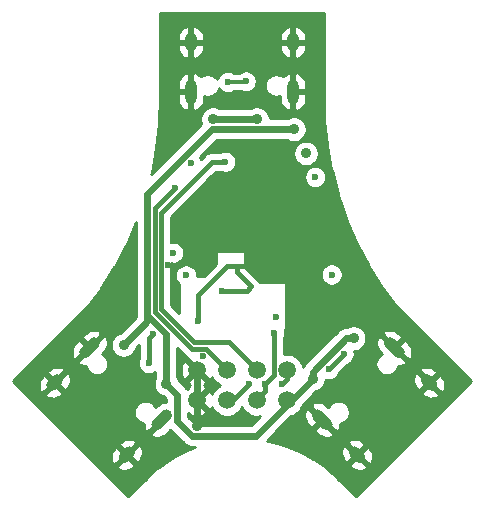
<source format=gbl>
G04 #@! TF.GenerationSoftware,KiCad,Pcbnew,(5.1.10-1-10_14)*
G04 #@! TF.CreationDate,2021-07-26T11:30:22-07:00*
G04 #@! TF.ProjectId,Synapse,53796e61-7073-4652-9e6b-696361645f70,1*
G04 #@! TF.SameCoordinates,Original*
G04 #@! TF.FileFunction,Copper,L4,Bot*
G04 #@! TF.FilePolarity,Positive*
%FSLAX46Y46*%
G04 Gerber Fmt 4.6, Leading zero omitted, Abs format (unit mm)*
G04 Created by KiCad (PCBNEW (5.1.10-1-10_14)) date 2021-07-26 11:30:22*
%MOMM*%
%LPD*%
G01*
G04 APERTURE LIST*
G04 #@! TA.AperFunction,ComponentPad*
%ADD10O,1.000000X2.100000*%
G04 #@! TD*
G04 #@! TA.AperFunction,ComponentPad*
%ADD11O,1.000000X1.600000*%
G04 #@! TD*
G04 #@! TA.AperFunction,SMDPad,CuDef*
%ADD12C,1.500000*%
G04 #@! TD*
G04 #@! TA.AperFunction,ViaPad*
%ADD13C,0.400000*%
G04 #@! TD*
G04 #@! TA.AperFunction,ViaPad*
%ADD14C,0.900000*%
G04 #@! TD*
G04 #@! TA.AperFunction,ViaPad*
%ADD15C,0.600000*%
G04 #@! TD*
G04 #@! TA.AperFunction,Conductor*
%ADD16C,0.600000*%
G04 #@! TD*
G04 #@! TA.AperFunction,Conductor*
%ADD17C,0.400000*%
G04 #@! TD*
G04 #@! TA.AperFunction,Conductor*
%ADD18C,0.300000*%
G04 #@! TD*
G04 #@! TA.AperFunction,Conductor*
%ADD19C,0.254000*%
G04 #@! TD*
G04 #@! TA.AperFunction,Conductor*
%ADD20C,0.152400*%
G04 #@! TD*
G04 APERTURE END LIST*
G04 #@! TA.AperFunction,ComponentPad*
G36*
G01*
X12936813Y-9534516D02*
X12158995Y-8756698D01*
G75*
G02*
X12158995Y-8049592I353553J353553D01*
G01*
X12158995Y-8049592D01*
G75*
G02*
X12866101Y-8049592I353553J-353553D01*
G01*
X13643919Y-8827410D01*
G75*
G02*
X13643919Y-9534516I-353553J-353553D01*
G01*
X13643919Y-9534516D01*
G75*
G02*
X12936813Y-9534516I-353553J353553D01*
G01*
G37*
G04 #@! TD.AperFunction*
G04 #@! TA.AperFunction,ComponentPad*
G36*
G01*
X6827410Y-15643919D02*
X6049592Y-14866101D01*
G75*
G02*
X6049592Y-14158995I353553J353553D01*
G01*
X6049592Y-14158995D01*
G75*
G02*
X6756698Y-14158995I353553J-353553D01*
G01*
X7534516Y-14936813D01*
G75*
G02*
X7534516Y-15643919I-353553J-353553D01*
G01*
X7534516Y-15643919D01*
G75*
G02*
X6827410Y-15643919I-353553J353553D01*
G01*
G37*
G04 #@! TD.AperFunction*
G04 #@! TA.AperFunction,ComponentPad*
G36*
G01*
X9606340Y-18422848D02*
X9182076Y-17998584D01*
G75*
G02*
X9182076Y-17291478I353553J353553D01*
G01*
X9182076Y-17291478D01*
G75*
G02*
X9889182Y-17291478I353553J-353553D01*
G01*
X10313446Y-17715742D01*
G75*
G02*
X10313446Y-18422848I-353553J-353553D01*
G01*
X10313446Y-18422848D01*
G75*
G02*
X9606340Y-18422848I-353553J353553D01*
G01*
G37*
G04 #@! TD.AperFunction*
G04 #@! TA.AperFunction,ComponentPad*
G36*
G01*
X15715742Y-12313446D02*
X15291478Y-11889182D01*
G75*
G02*
X15291478Y-11182076I353553J353553D01*
G01*
X15291478Y-11182076D01*
G75*
G02*
X15998584Y-11182076I353553J-353553D01*
G01*
X16422848Y-11606340D01*
G75*
G02*
X16422848Y-12313446I-353553J-353553D01*
G01*
X16422848Y-12313446D01*
G75*
G02*
X15715742Y-12313446I-353553J353553D01*
G01*
G37*
G04 #@! TD.AperFunction*
G04 #@! TA.AperFunction,ComponentPad*
G36*
G01*
X-7534516Y-14936813D02*
X-6756698Y-14158995D01*
G75*
G02*
X-6049592Y-14158995I353553J-353553D01*
G01*
X-6049592Y-14158995D01*
G75*
G02*
X-6049592Y-14866101I-353553J-353553D01*
G01*
X-6827410Y-15643919D01*
G75*
G02*
X-7534516Y-15643919I-353553J353553D01*
G01*
X-7534516Y-15643919D01*
G75*
G02*
X-7534516Y-14936813I353553J353553D01*
G01*
G37*
G04 #@! TD.AperFunction*
G04 #@! TA.AperFunction,ComponentPad*
G36*
G01*
X-13643919Y-8827410D02*
X-12866101Y-8049592D01*
G75*
G02*
X-12158995Y-8049592I353553J-353553D01*
G01*
X-12158995Y-8049592D01*
G75*
G02*
X-12158995Y-8756698I-353553J-353553D01*
G01*
X-12936813Y-9534516D01*
G75*
G02*
X-13643919Y-9534516I-353553J353553D01*
G01*
X-13643919Y-9534516D01*
G75*
G02*
X-13643919Y-8827410I353553J353553D01*
G01*
G37*
G04 #@! TD.AperFunction*
G04 #@! TA.AperFunction,ComponentPad*
G36*
G01*
X-16422848Y-11606340D02*
X-15998584Y-11182076D01*
G75*
G02*
X-15291478Y-11182076I353553J-353553D01*
G01*
X-15291478Y-11182076D01*
G75*
G02*
X-15291478Y-11889182I-353553J-353553D01*
G01*
X-15715742Y-12313446D01*
G75*
G02*
X-16422848Y-12313446I-353553J353553D01*
G01*
X-16422848Y-12313446D01*
G75*
G02*
X-16422848Y-11606340I353553J353553D01*
G01*
G37*
G04 #@! TD.AperFunction*
G04 #@! TA.AperFunction,ComponentPad*
G36*
G01*
X-10313446Y-17715742D02*
X-9889182Y-17291478D01*
G75*
G02*
X-9182076Y-17291478I353553J-353553D01*
G01*
X-9182076Y-17291478D01*
G75*
G02*
X-9182076Y-17998584I-353553J-353553D01*
G01*
X-9606340Y-18422848D01*
G75*
G02*
X-10313446Y-18422848I-353553J353553D01*
G01*
X-10313446Y-18422848D01*
G75*
G02*
X-10313446Y-17715742I353553J353553D01*
G01*
G37*
G04 #@! TD.AperFunction*
D10*
X-4320000Y12870000D03*
X4320000Y12870000D03*
D11*
X4320000Y17050000D03*
X-4320000Y17050000D03*
D12*
X3810000Y-13240000D03*
X1270000Y-13240000D03*
X-1270000Y-13240000D03*
X-3810000Y-13240000D03*
X3810000Y-10700000D03*
X1270000Y-10700000D03*
X-1270000Y-10700000D03*
X-3810000Y-10700000D03*
D13*
X750000Y-1850000D03*
D14*
X-1400000Y3400000D03*
X-1400000Y600000D03*
X1400000Y600000D03*
X1400000Y3400000D03*
X0Y2000000D03*
D15*
X6000000Y16400000D03*
X-6000000Y16400000D03*
X6200000Y1750000D03*
X5750000Y650000D03*
X6000000Y-17000000D03*
X-5950000Y-16950000D03*
D14*
X-3800000Y-15400000D03*
X4300000Y11100000D03*
X-4300000Y11100000D03*
X11700000Y-7600000D03*
X5700000Y-13700000D03*
X-11700000Y-7500000D03*
D15*
X4675000Y-2250000D03*
X2900000Y-6200000D03*
X-1700000Y-4000000D03*
X-5799999Y220000D03*
X-6223000Y-1800000D03*
X7454001Y-5000000D03*
X-3700000Y-6500000D03*
X6200000Y5650000D03*
X7600000Y-2600000D03*
X-5799999Y-750000D03*
X-4740000Y-2670000D03*
X-4350000Y6800000D03*
X-3300000Y-9500000D03*
X3375000Y-11875000D03*
D14*
X5425000Y7650000D03*
X9450000Y-8000000D03*
X6000000Y-11450000D03*
X-10024422Y-8574422D03*
X-6400000Y-11850000D03*
X4400000Y9700000D03*
D15*
X-5643356Y4743356D03*
X-1400000Y6950000D03*
X-7900000Y-10100000D03*
X-7500000Y-7600000D03*
X7356644Y-10593356D03*
X8600000Y-9350000D03*
X1950000Y-11900000D03*
X2750000Y-7550000D03*
X625000Y-11875000D03*
X327000Y13750000D03*
X-1200000Y13700000D03*
D14*
X1250000Y10577000D03*
X-2450000Y10577000D03*
D16*
X-3810000Y-15390000D02*
X-3800000Y-15400000D01*
X-3810000Y-13240000D02*
X-3810000Y-15390000D01*
X-3810000Y-13240000D02*
X-3810000Y-10710000D01*
D17*
X-3700000Y-6500000D02*
X-3700000Y-4300000D01*
X-3700000Y-4300000D02*
X-1250000Y-1850000D01*
X-1700000Y-4000000D02*
X400000Y-4000000D01*
X400000Y-4000000D02*
X800000Y-3600000D01*
X800000Y-3600000D02*
X-450000Y-2350000D01*
X-450000Y-2350000D02*
X-450000Y-1850000D01*
X-450000Y-1850000D02*
X750000Y-1850000D01*
X-1250000Y-1850000D02*
X-450000Y-1850000D01*
X3810000Y-11440000D02*
X3375000Y-11875000D01*
X3810000Y-10700000D02*
X3810000Y-11440000D01*
D16*
X6000000Y-10813604D02*
X8813604Y-8000000D01*
X8813604Y-8000000D02*
X9450000Y-8000000D01*
X6000000Y-11450000D02*
X6000000Y-10813604D01*
X-6400000Y-7624038D02*
X-7151039Y-6872999D01*
X-6400000Y-11850000D02*
X-6400000Y-7624038D01*
X-8004021Y-6020017D02*
X-6400000Y-7624038D01*
X-8004021Y4221941D02*
X-8004021Y-6020017D01*
X-2525962Y9700000D02*
X-8004021Y4221941D01*
X4400000Y9700000D02*
X-2525962Y9700000D01*
X-8004021Y-6554021D02*
X-8004021Y-6020017D01*
X-10024422Y-8574422D02*
X-8004021Y-6554021D01*
X1172999Y-16277001D02*
X-4220961Y-16277001D01*
X6000000Y-11450000D02*
X1172999Y-16277001D01*
X-5476136Y-12773864D02*
X-6400000Y-11850000D01*
X-5476136Y-15021826D02*
X-5476136Y-12773864D01*
X-4220961Y-16277001D02*
X-5476136Y-15021826D01*
D17*
X-1270000Y-10700000D02*
X-1270000Y-10603266D01*
X-7377011Y3009701D02*
X-5643356Y4743356D01*
X-7377011Y-5760301D02*
X-7377011Y3009701D01*
X-4264313Y-8872999D02*
X-3027001Y-8872999D01*
X-7377011Y-5760301D02*
X-4264313Y-8872999D01*
X-3027001Y-8872999D02*
X-1650000Y-10250000D01*
X-6850001Y-5542007D02*
X-6850001Y2649999D01*
X-2550000Y6950000D02*
X-6850001Y2649999D01*
X-1400000Y6950000D02*
X-2550000Y6950000D01*
X-4046019Y-8345989D02*
X-1079011Y-8345989D01*
X-6850001Y-5542007D02*
X-4046019Y-8345989D01*
X-1079011Y-8345989D02*
X1300000Y-10725000D01*
X-7900000Y-8000000D02*
X-7500000Y-7600000D01*
X-7900000Y-10100000D02*
X-7900000Y-8000000D01*
X7356644Y-10593356D02*
X8600000Y-9350000D01*
X2732999Y-7567001D02*
X2750000Y-7550000D01*
X2732999Y-11117001D02*
X2732999Y-7567001D01*
X1950000Y-11900000D02*
X2732999Y-11117001D01*
X1950000Y-11900000D02*
X1950000Y-12425000D01*
X1950000Y-12425000D02*
X1250000Y-13125000D01*
X625000Y-11875000D02*
X-750000Y-13250000D01*
X-750000Y-13250000D02*
X-1250000Y-13250000D01*
D18*
X277000Y13700000D02*
X327000Y13750000D01*
X-1200000Y13700000D02*
X277000Y13700000D01*
D16*
X1250000Y10577000D02*
X-2450000Y10577000D01*
D19*
X-8939020Y-5974075D02*
X-8943545Y-6020017D01*
X-8939021Y-6065949D01*
X-8939021Y-6166731D01*
X-10294096Y-7521807D01*
X-10340905Y-7531118D01*
X-10538362Y-7612907D01*
X-10716069Y-7731647D01*
X-10867197Y-7882775D01*
X-10985937Y-8060482D01*
X-11067726Y-8257939D01*
X-11109422Y-8467559D01*
X-11109422Y-8681285D01*
X-11067726Y-8890905D01*
X-10985937Y-9088362D01*
X-10867197Y-9266069D01*
X-10716069Y-9417197D01*
X-10538362Y-9535937D01*
X-10340905Y-9617726D01*
X-10131285Y-9659422D01*
X-9917559Y-9659422D01*
X-9707939Y-9617726D01*
X-9510482Y-9535937D01*
X-9332775Y-9417197D01*
X-9181647Y-9266069D01*
X-9062907Y-9088362D01*
X-8981118Y-8890905D01*
X-8971807Y-8844096D01*
X-8734999Y-8607289D01*
X-8735000Y-9672595D01*
X-8799068Y-9827271D01*
X-8835000Y-10007911D01*
X-8835000Y-10192089D01*
X-8799068Y-10372729D01*
X-8728586Y-10542889D01*
X-8626262Y-10696028D01*
X-8496028Y-10826262D01*
X-8342889Y-10928586D01*
X-8172729Y-10999068D01*
X-7992089Y-11035000D01*
X-7807911Y-11035000D01*
X-7627271Y-10999068D01*
X-7457111Y-10928586D01*
X-7335000Y-10846994D01*
X-7335000Y-11296377D01*
X-7361515Y-11336060D01*
X-7443304Y-11533517D01*
X-7485000Y-11743137D01*
X-7485000Y-11956863D01*
X-7443304Y-12166483D01*
X-7361515Y-12363940D01*
X-7242775Y-12541647D01*
X-7091647Y-12692775D01*
X-6913940Y-12811515D01*
X-6716483Y-12893304D01*
X-6669675Y-12902615D01*
X-6411135Y-13161155D01*
X-6411135Y-13375758D01*
X-6500013Y-13374580D01*
X-6720159Y-13415344D01*
X-6928121Y-13498273D01*
X-7115909Y-13620180D01*
X-7321038Y-13825309D01*
X-7327243Y-13810330D01*
X-7432303Y-13653097D01*
X-7566020Y-13519380D01*
X-7723253Y-13414320D01*
X-7897962Y-13341953D01*
X-8083432Y-13305061D01*
X-8272536Y-13305061D01*
X-8458006Y-13341953D01*
X-8632715Y-13414320D01*
X-8789948Y-13519380D01*
X-8923665Y-13653097D01*
X-9028725Y-13810330D01*
X-9101092Y-13985039D01*
X-9137984Y-14170509D01*
X-9137984Y-14359613D01*
X-9101092Y-14545083D01*
X-9028725Y-14719792D01*
X-8923665Y-14877025D01*
X-8789948Y-15010742D01*
X-8632715Y-15115802D01*
X-8458006Y-15188169D01*
X-8318634Y-15215892D01*
X-8315963Y-15417366D01*
X-8269378Y-15636353D01*
X-8168079Y-15850568D01*
X-7955212Y-15885010D01*
X-6971659Y-14901457D01*
X-6985802Y-14887315D01*
X-6806197Y-14707710D01*
X-6792054Y-14721852D01*
X-6777912Y-14707710D01*
X-6598307Y-14887315D01*
X-6612449Y-14901457D01*
X-6598307Y-14915600D01*
X-6777912Y-15095205D01*
X-6792054Y-15081062D01*
X-7775607Y-16064615D01*
X-7741165Y-16277482D01*
X-7526950Y-16378781D01*
X-7307963Y-16425366D01*
X-7084095Y-16428334D01*
X-6863949Y-16387570D01*
X-6655987Y-16304641D01*
X-6468199Y-16182734D01*
X-6079290Y-15793826D01*
X-6079291Y-15793826D01*
X-6052858Y-15767393D01*
X-4914587Y-16905665D01*
X-4885305Y-16941345D01*
X-4742933Y-17058187D01*
X-4646826Y-17109557D01*
X-4580502Y-17145008D01*
X-4404253Y-17198473D01*
X-4220961Y-17216525D01*
X-4175026Y-17212001D01*
X-4002837Y-17212001D01*
X-4611506Y-17439573D01*
X-4622433Y-17444438D01*
X-4633751Y-17448335D01*
X-4687911Y-17473590D01*
X-5851938Y-18079543D01*
X-5862206Y-18085713D01*
X-5872950Y-18090953D01*
X-5923628Y-18122620D01*
X-7005131Y-18865915D01*
X-7014565Y-18873285D01*
X-7024596Y-18879800D01*
X-7071038Y-18917408D01*
X-8044400Y-19778566D01*
X-8060575Y-19791840D01*
X-9649999Y-21381264D01*
X-12187719Y-18843544D01*
X-10554537Y-18843544D01*
X-10520095Y-19056411D01*
X-10305880Y-19157711D01*
X-10086893Y-19204295D01*
X-9863025Y-19207263D01*
X-9642879Y-19166499D01*
X-9434917Y-19083570D01*
X-9247129Y-18961664D01*
X-9034997Y-18749532D01*
X-9747761Y-18036768D01*
X-10554537Y-18843544D01*
X-12187719Y-18843544D01*
X-13058836Y-17972427D01*
X-11097861Y-17972427D01*
X-11094893Y-18196295D01*
X-11048309Y-18415282D01*
X-10947009Y-18629497D01*
X-10734142Y-18663939D01*
X-9927366Y-17857163D01*
X-9568156Y-17857163D01*
X-8855392Y-18569927D01*
X-8643260Y-18357795D01*
X-8521354Y-18170007D01*
X-8438425Y-17962045D01*
X-8397661Y-17741899D01*
X-8400629Y-17518031D01*
X-8447213Y-17299044D01*
X-8548513Y-17084829D01*
X-8761380Y-17050387D01*
X-9568156Y-17857163D01*
X-9927366Y-17857163D01*
X-10640130Y-17144399D01*
X-10852262Y-17356531D01*
X-10974168Y-17544319D01*
X-11057097Y-17752281D01*
X-11097861Y-17972427D01*
X-13058836Y-17972427D01*
X-14066469Y-16964794D01*
X-10460525Y-16964794D01*
X-9747761Y-17677558D01*
X-8940985Y-16870782D01*
X-8975427Y-16657915D01*
X-9189642Y-16556615D01*
X-9408629Y-16510031D01*
X-9632497Y-16507063D01*
X-9852643Y-16547827D01*
X-10060605Y-16630756D01*
X-10248393Y-16752662D01*
X-10460525Y-16964794D01*
X-14066469Y-16964794D01*
X-18297121Y-12734142D01*
X-16663939Y-12734142D01*
X-16629497Y-12947009D01*
X-16415282Y-13048309D01*
X-16196295Y-13094893D01*
X-15972427Y-13097861D01*
X-15752281Y-13057097D01*
X-15544319Y-12974168D01*
X-15356531Y-12852262D01*
X-15144399Y-12640130D01*
X-15857163Y-11927366D01*
X-16663939Y-12734142D01*
X-18297121Y-12734142D01*
X-19168238Y-11863025D01*
X-17207263Y-11863025D01*
X-17204295Y-12086893D01*
X-17157711Y-12305880D01*
X-17056411Y-12520095D01*
X-16843544Y-12554537D01*
X-16036768Y-11747761D01*
X-15677558Y-11747761D01*
X-14964794Y-12460525D01*
X-14752662Y-12248393D01*
X-14630756Y-12060605D01*
X-14547827Y-11852643D01*
X-14507063Y-11632497D01*
X-14510031Y-11408629D01*
X-14556615Y-11189642D01*
X-14657915Y-10975427D01*
X-14870782Y-10940985D01*
X-15677558Y-11747761D01*
X-16036768Y-11747761D01*
X-16749532Y-11034997D01*
X-16961664Y-11247129D01*
X-17083570Y-11434917D01*
X-17166499Y-11642879D01*
X-17207263Y-11863025D01*
X-19168238Y-11863025D01*
X-19380926Y-11650338D01*
X-18584869Y-10855392D01*
X-16569927Y-10855392D01*
X-15857163Y-11568156D01*
X-15050387Y-10761380D01*
X-15084829Y-10548513D01*
X-15299044Y-10447213D01*
X-15518031Y-10400629D01*
X-15741899Y-10397661D01*
X-15962045Y-10438425D01*
X-16170007Y-10521354D01*
X-16357795Y-10643260D01*
X-16569927Y-10855392D01*
X-18584869Y-10855392D01*
X-17683431Y-9955212D01*
X-13885010Y-9955212D01*
X-13850568Y-10168079D01*
X-13636353Y-10269378D01*
X-13417366Y-10315963D01*
X-13215892Y-10318634D01*
X-13188169Y-10458006D01*
X-13115802Y-10632715D01*
X-13010742Y-10789948D01*
X-12877025Y-10923665D01*
X-12719792Y-11028725D01*
X-12545083Y-11101092D01*
X-12359613Y-11137984D01*
X-12170509Y-11137984D01*
X-11985039Y-11101092D01*
X-11810330Y-11028725D01*
X-11653097Y-10923665D01*
X-11519380Y-10789948D01*
X-11414320Y-10632715D01*
X-11341953Y-10458006D01*
X-11305061Y-10272536D01*
X-11305061Y-10083432D01*
X-11341953Y-9897962D01*
X-11414320Y-9723253D01*
X-11519380Y-9566020D01*
X-11653097Y-9432303D01*
X-11810330Y-9327243D01*
X-11825309Y-9321038D01*
X-11620180Y-9115909D01*
X-11498273Y-8928121D01*
X-11415344Y-8720159D01*
X-11374580Y-8500013D01*
X-11377548Y-8276145D01*
X-11424133Y-8057158D01*
X-11525432Y-7842943D01*
X-11738299Y-7808501D01*
X-12721852Y-8792054D01*
X-12707710Y-8806197D01*
X-12887315Y-8985802D01*
X-12901457Y-8971659D01*
X-13885010Y-9955212D01*
X-17683431Y-9955212D01*
X-16811096Y-9084095D01*
X-14428334Y-9084095D01*
X-14425366Y-9307963D01*
X-14378781Y-9526950D01*
X-14277482Y-9741165D01*
X-14064615Y-9775607D01*
X-13081062Y-8792054D01*
X-13793826Y-8079290D01*
X-14182734Y-8468199D01*
X-14304641Y-8655987D01*
X-14387570Y-8863949D01*
X-14428334Y-9084095D01*
X-16811096Y-9084095D01*
X-15625030Y-7899685D01*
X-13614221Y-7899685D01*
X-12901457Y-8612449D01*
X-11917904Y-7628896D01*
X-11952346Y-7416029D01*
X-12166561Y-7314730D01*
X-12385548Y-7268145D01*
X-12609416Y-7265177D01*
X-12829562Y-7305941D01*
X-13037524Y-7388870D01*
X-13225312Y-7510777D01*
X-13614221Y-7899685D01*
X-15625030Y-7899685D01*
X-13088169Y-5366367D01*
X-13023963Y-5288242D01*
X-13015113Y-5271713D01*
X-11944761Y-3814605D01*
X-11943580Y-3812864D01*
X-11942295Y-3811225D01*
X-11917499Y-3774602D01*
X-10796437Y-1997827D01*
X-10794640Y-1994728D01*
X-10792641Y-1991741D01*
X-10770708Y-1953444D01*
X-10770661Y-1953362D01*
X-10770656Y-1953351D01*
X-9785974Y-97531D01*
X-9784408Y-94291D01*
X-9782646Y-91177D01*
X-9763605Y-51258D01*
X-8939021Y1831662D01*
X-8939020Y-5974075D01*
G04 #@! TA.AperFunction,Conductor*
D20*
G36*
X-8939020Y-5974075D02*
G01*
X-8943545Y-6020017D01*
X-8939021Y-6065949D01*
X-8939021Y-6166731D01*
X-10294096Y-7521807D01*
X-10340905Y-7531118D01*
X-10538362Y-7612907D01*
X-10716069Y-7731647D01*
X-10867197Y-7882775D01*
X-10985937Y-8060482D01*
X-11067726Y-8257939D01*
X-11109422Y-8467559D01*
X-11109422Y-8681285D01*
X-11067726Y-8890905D01*
X-10985937Y-9088362D01*
X-10867197Y-9266069D01*
X-10716069Y-9417197D01*
X-10538362Y-9535937D01*
X-10340905Y-9617726D01*
X-10131285Y-9659422D01*
X-9917559Y-9659422D01*
X-9707939Y-9617726D01*
X-9510482Y-9535937D01*
X-9332775Y-9417197D01*
X-9181647Y-9266069D01*
X-9062907Y-9088362D01*
X-8981118Y-8890905D01*
X-8971807Y-8844096D01*
X-8734999Y-8607289D01*
X-8735000Y-9672595D01*
X-8799068Y-9827271D01*
X-8835000Y-10007911D01*
X-8835000Y-10192089D01*
X-8799068Y-10372729D01*
X-8728586Y-10542889D01*
X-8626262Y-10696028D01*
X-8496028Y-10826262D01*
X-8342889Y-10928586D01*
X-8172729Y-10999068D01*
X-7992089Y-11035000D01*
X-7807911Y-11035000D01*
X-7627271Y-10999068D01*
X-7457111Y-10928586D01*
X-7335000Y-10846994D01*
X-7335000Y-11296377D01*
X-7361515Y-11336060D01*
X-7443304Y-11533517D01*
X-7485000Y-11743137D01*
X-7485000Y-11956863D01*
X-7443304Y-12166483D01*
X-7361515Y-12363940D01*
X-7242775Y-12541647D01*
X-7091647Y-12692775D01*
X-6913940Y-12811515D01*
X-6716483Y-12893304D01*
X-6669675Y-12902615D01*
X-6411135Y-13161155D01*
X-6411135Y-13375758D01*
X-6500013Y-13374580D01*
X-6720159Y-13415344D01*
X-6928121Y-13498273D01*
X-7115909Y-13620180D01*
X-7321038Y-13825309D01*
X-7327243Y-13810330D01*
X-7432303Y-13653097D01*
X-7566020Y-13519380D01*
X-7723253Y-13414320D01*
X-7897962Y-13341953D01*
X-8083432Y-13305061D01*
X-8272536Y-13305061D01*
X-8458006Y-13341953D01*
X-8632715Y-13414320D01*
X-8789948Y-13519380D01*
X-8923665Y-13653097D01*
X-9028725Y-13810330D01*
X-9101092Y-13985039D01*
X-9137984Y-14170509D01*
X-9137984Y-14359613D01*
X-9101092Y-14545083D01*
X-9028725Y-14719792D01*
X-8923665Y-14877025D01*
X-8789948Y-15010742D01*
X-8632715Y-15115802D01*
X-8458006Y-15188169D01*
X-8318634Y-15215892D01*
X-8315963Y-15417366D01*
X-8269378Y-15636353D01*
X-8168079Y-15850568D01*
X-7955212Y-15885010D01*
X-6971659Y-14901457D01*
X-6985802Y-14887315D01*
X-6806197Y-14707710D01*
X-6792054Y-14721852D01*
X-6777912Y-14707710D01*
X-6598307Y-14887315D01*
X-6612449Y-14901457D01*
X-6598307Y-14915600D01*
X-6777912Y-15095205D01*
X-6792054Y-15081062D01*
X-7775607Y-16064615D01*
X-7741165Y-16277482D01*
X-7526950Y-16378781D01*
X-7307963Y-16425366D01*
X-7084095Y-16428334D01*
X-6863949Y-16387570D01*
X-6655987Y-16304641D01*
X-6468199Y-16182734D01*
X-6079290Y-15793826D01*
X-6079291Y-15793826D01*
X-6052858Y-15767393D01*
X-4914587Y-16905665D01*
X-4885305Y-16941345D01*
X-4742933Y-17058187D01*
X-4646826Y-17109557D01*
X-4580502Y-17145008D01*
X-4404253Y-17198473D01*
X-4220961Y-17216525D01*
X-4175026Y-17212001D01*
X-4002837Y-17212001D01*
X-4611506Y-17439573D01*
X-4622433Y-17444438D01*
X-4633751Y-17448335D01*
X-4687911Y-17473590D01*
X-5851938Y-18079543D01*
X-5862206Y-18085713D01*
X-5872950Y-18090953D01*
X-5923628Y-18122620D01*
X-7005131Y-18865915D01*
X-7014565Y-18873285D01*
X-7024596Y-18879800D01*
X-7071038Y-18917408D01*
X-8044400Y-19778566D01*
X-8060575Y-19791840D01*
X-9649999Y-21381264D01*
X-12187719Y-18843544D01*
X-10554537Y-18843544D01*
X-10520095Y-19056411D01*
X-10305880Y-19157711D01*
X-10086893Y-19204295D01*
X-9863025Y-19207263D01*
X-9642879Y-19166499D01*
X-9434917Y-19083570D01*
X-9247129Y-18961664D01*
X-9034997Y-18749532D01*
X-9747761Y-18036768D01*
X-10554537Y-18843544D01*
X-12187719Y-18843544D01*
X-13058836Y-17972427D01*
X-11097861Y-17972427D01*
X-11094893Y-18196295D01*
X-11048309Y-18415282D01*
X-10947009Y-18629497D01*
X-10734142Y-18663939D01*
X-9927366Y-17857163D01*
X-9568156Y-17857163D01*
X-8855392Y-18569927D01*
X-8643260Y-18357795D01*
X-8521354Y-18170007D01*
X-8438425Y-17962045D01*
X-8397661Y-17741899D01*
X-8400629Y-17518031D01*
X-8447213Y-17299044D01*
X-8548513Y-17084829D01*
X-8761380Y-17050387D01*
X-9568156Y-17857163D01*
X-9927366Y-17857163D01*
X-10640130Y-17144399D01*
X-10852262Y-17356531D01*
X-10974168Y-17544319D01*
X-11057097Y-17752281D01*
X-11097861Y-17972427D01*
X-13058836Y-17972427D01*
X-14066469Y-16964794D01*
X-10460525Y-16964794D01*
X-9747761Y-17677558D01*
X-8940985Y-16870782D01*
X-8975427Y-16657915D01*
X-9189642Y-16556615D01*
X-9408629Y-16510031D01*
X-9632497Y-16507063D01*
X-9852643Y-16547827D01*
X-10060605Y-16630756D01*
X-10248393Y-16752662D01*
X-10460525Y-16964794D01*
X-14066469Y-16964794D01*
X-18297121Y-12734142D01*
X-16663939Y-12734142D01*
X-16629497Y-12947009D01*
X-16415282Y-13048309D01*
X-16196295Y-13094893D01*
X-15972427Y-13097861D01*
X-15752281Y-13057097D01*
X-15544319Y-12974168D01*
X-15356531Y-12852262D01*
X-15144399Y-12640130D01*
X-15857163Y-11927366D01*
X-16663939Y-12734142D01*
X-18297121Y-12734142D01*
X-19168238Y-11863025D01*
X-17207263Y-11863025D01*
X-17204295Y-12086893D01*
X-17157711Y-12305880D01*
X-17056411Y-12520095D01*
X-16843544Y-12554537D01*
X-16036768Y-11747761D01*
X-15677558Y-11747761D01*
X-14964794Y-12460525D01*
X-14752662Y-12248393D01*
X-14630756Y-12060605D01*
X-14547827Y-11852643D01*
X-14507063Y-11632497D01*
X-14510031Y-11408629D01*
X-14556615Y-11189642D01*
X-14657915Y-10975427D01*
X-14870782Y-10940985D01*
X-15677558Y-11747761D01*
X-16036768Y-11747761D01*
X-16749532Y-11034997D01*
X-16961664Y-11247129D01*
X-17083570Y-11434917D01*
X-17166499Y-11642879D01*
X-17207263Y-11863025D01*
X-19168238Y-11863025D01*
X-19380926Y-11650338D01*
X-18584869Y-10855392D01*
X-16569927Y-10855392D01*
X-15857163Y-11568156D01*
X-15050387Y-10761380D01*
X-15084829Y-10548513D01*
X-15299044Y-10447213D01*
X-15518031Y-10400629D01*
X-15741899Y-10397661D01*
X-15962045Y-10438425D01*
X-16170007Y-10521354D01*
X-16357795Y-10643260D01*
X-16569927Y-10855392D01*
X-18584869Y-10855392D01*
X-17683431Y-9955212D01*
X-13885010Y-9955212D01*
X-13850568Y-10168079D01*
X-13636353Y-10269378D01*
X-13417366Y-10315963D01*
X-13215892Y-10318634D01*
X-13188169Y-10458006D01*
X-13115802Y-10632715D01*
X-13010742Y-10789948D01*
X-12877025Y-10923665D01*
X-12719792Y-11028725D01*
X-12545083Y-11101092D01*
X-12359613Y-11137984D01*
X-12170509Y-11137984D01*
X-11985039Y-11101092D01*
X-11810330Y-11028725D01*
X-11653097Y-10923665D01*
X-11519380Y-10789948D01*
X-11414320Y-10632715D01*
X-11341953Y-10458006D01*
X-11305061Y-10272536D01*
X-11305061Y-10083432D01*
X-11341953Y-9897962D01*
X-11414320Y-9723253D01*
X-11519380Y-9566020D01*
X-11653097Y-9432303D01*
X-11810330Y-9327243D01*
X-11825309Y-9321038D01*
X-11620180Y-9115909D01*
X-11498273Y-8928121D01*
X-11415344Y-8720159D01*
X-11374580Y-8500013D01*
X-11377548Y-8276145D01*
X-11424133Y-8057158D01*
X-11525432Y-7842943D01*
X-11738299Y-7808501D01*
X-12721852Y-8792054D01*
X-12707710Y-8806197D01*
X-12887315Y-8985802D01*
X-12901457Y-8971659D01*
X-13885010Y-9955212D01*
X-17683431Y-9955212D01*
X-16811096Y-9084095D01*
X-14428334Y-9084095D01*
X-14425366Y-9307963D01*
X-14378781Y-9526950D01*
X-14277482Y-9741165D01*
X-14064615Y-9775607D01*
X-13081062Y-8792054D01*
X-13793826Y-8079290D01*
X-14182734Y-8468199D01*
X-14304641Y-8655987D01*
X-14387570Y-8863949D01*
X-14428334Y-9084095D01*
X-16811096Y-9084095D01*
X-15625030Y-7899685D01*
X-13614221Y-7899685D01*
X-12901457Y-8612449D01*
X-11917904Y-7628896D01*
X-11952346Y-7416029D01*
X-12166561Y-7314730D01*
X-12385548Y-7268145D01*
X-12609416Y-7265177D01*
X-12829562Y-7305941D01*
X-13037524Y-7388870D01*
X-13225312Y-7510777D01*
X-13614221Y-7899685D01*
X-15625030Y-7899685D01*
X-13088169Y-5366367D01*
X-13023963Y-5288242D01*
X-13015113Y-5271713D01*
X-11944761Y-3814605D01*
X-11943580Y-3812864D01*
X-11942295Y-3811225D01*
X-11917499Y-3774602D01*
X-10796437Y-1997827D01*
X-10794640Y-1994728D01*
X-10792641Y-1991741D01*
X-10770708Y-1953444D01*
X-10770661Y-1953362D01*
X-10770656Y-1953351D01*
X-9785974Y-97531D01*
X-9784408Y-94291D01*
X-9782646Y-91177D01*
X-9763605Y-51258D01*
X-8939021Y1831662D01*
X-8939020Y-5974075D01*
G37*
G04 #@! TD.AperFunction*
D19*
X6915001Y12376353D02*
X6916113Y12365058D01*
X6976815Y10533440D01*
X6976962Y10531356D01*
X6976966Y10529281D01*
X6980125Y10485165D01*
X7197769Y8395586D01*
X7198273Y8392040D01*
X7198549Y8388456D01*
X7205007Y8344702D01*
X7578713Y6277323D01*
X7579484Y6273817D01*
X7580026Y6270271D01*
X7589747Y6227125D01*
X8117410Y4193586D01*
X8118441Y4190150D01*
X8119248Y4186652D01*
X8132176Y4144356D01*
X8810826Y2156104D01*
X8812114Y2152749D01*
X8813179Y2149328D01*
X8829242Y2108120D01*
X9655057Y176349D01*
X9656595Y173095D01*
X9657912Y169768D01*
X9677019Y129881D01*
X10645353Y-1734533D01*
X10647123Y-1737649D01*
X10648692Y-1740881D01*
X10670655Y-1779081D01*
X10670736Y-1779224D01*
X10670749Y-1779243D01*
X11776135Y-3565786D01*
X11778143Y-3568774D01*
X11779942Y-3571866D01*
X11804799Y-3608448D01*
X13014631Y-5270812D01*
X13023963Y-5288241D01*
X13088169Y-5366365D01*
X19380925Y-11650338D01*
X9650000Y-21381264D01*
X8060574Y-19791840D01*
X8046706Y-19780459D01*
X7222304Y-19038163D01*
X7215277Y-19032574D01*
X7208821Y-19026339D01*
X7161730Y-18989548D01*
X6825240Y-18749532D01*
X9034997Y-18749532D01*
X9247129Y-18961664D01*
X9434917Y-19083570D01*
X9642879Y-19166499D01*
X9863025Y-19207263D01*
X10086893Y-19204295D01*
X10305880Y-19157711D01*
X10520095Y-19056411D01*
X10554537Y-18843544D01*
X9747761Y-18036768D01*
X9034997Y-18749532D01*
X6825240Y-18749532D01*
X6093365Y-18227491D01*
X6083217Y-18221150D01*
X6073661Y-18213949D01*
X6022438Y-18183170D01*
X5209719Y-17741899D01*
X8397661Y-17741899D01*
X8438425Y-17962045D01*
X8521354Y-18170007D01*
X8643260Y-18357795D01*
X8855392Y-18569927D01*
X9568156Y-17857163D01*
X9927366Y-17857163D01*
X10734142Y-18663939D01*
X10947009Y-18629497D01*
X11048309Y-18415282D01*
X11094893Y-18196295D01*
X11097861Y-17972427D01*
X11057097Y-17752281D01*
X10974168Y-17544319D01*
X10852262Y-17356531D01*
X10640130Y-17144399D01*
X9927366Y-17857163D01*
X9568156Y-17857163D01*
X8761380Y-17050387D01*
X8548513Y-17084829D01*
X8447213Y-17299044D01*
X8400629Y-17518031D01*
X8397661Y-17741899D01*
X5209719Y-17741899D01*
X4869164Y-17556993D01*
X4858314Y-17551933D01*
X4847955Y-17545953D01*
X4793363Y-17521647D01*
X3572374Y-17040687D01*
X3560993Y-17036989D01*
X3549979Y-17032314D01*
X3492831Y-17014842D01*
X2935793Y-16870782D01*
X8940985Y-16870782D01*
X9747761Y-17677558D01*
X10460525Y-16964794D01*
X10248393Y-16752662D01*
X10060605Y-16630756D01*
X9852643Y-16547827D01*
X9632497Y-16507063D01*
X9408629Y-16510031D01*
X9189642Y-16556615D01*
X8975427Y-16657915D01*
X8940985Y-16870782D01*
X2935793Y-16870782D01*
X2222329Y-16686268D01*
X2210579Y-16683984D01*
X2199081Y-16680687D01*
X2140230Y-16670309D01*
X2106430Y-16665859D01*
X2978463Y-15793826D01*
X6079290Y-15793826D01*
X6468199Y-16182734D01*
X6655987Y-16304641D01*
X6863949Y-16387570D01*
X7084095Y-16428334D01*
X7307963Y-16425366D01*
X7526950Y-16378781D01*
X7741165Y-16277482D01*
X7775607Y-16064615D01*
X6792054Y-15081062D01*
X6079290Y-15793826D01*
X2978463Y-15793826D01*
X4162873Y-14609416D01*
X5265177Y-14609416D01*
X5305941Y-14829562D01*
X5388870Y-15037524D01*
X5510777Y-15225312D01*
X5899685Y-15614221D01*
X6612449Y-14901457D01*
X5628896Y-13917904D01*
X5416029Y-13952346D01*
X5314730Y-14166561D01*
X5268145Y-14385548D01*
X5265177Y-14609416D01*
X4162873Y-14609416D01*
X4197169Y-14575121D01*
X4213989Y-14571775D01*
X4466043Y-14467371D01*
X4692886Y-14315799D01*
X4885799Y-14122886D01*
X5037371Y-13896043D01*
X5102710Y-13738299D01*
X5808501Y-13738299D01*
X6792054Y-14721852D01*
X6806197Y-14707710D01*
X6985802Y-14887315D01*
X6971659Y-14901457D01*
X7955212Y-15885010D01*
X8168079Y-15850568D01*
X8269378Y-15636353D01*
X8315963Y-15417366D01*
X8318634Y-15215892D01*
X8458006Y-15188169D01*
X8632715Y-15115802D01*
X8789948Y-15010742D01*
X8923665Y-14877025D01*
X9028725Y-14719792D01*
X9101092Y-14545083D01*
X9137984Y-14359613D01*
X9137984Y-14170509D01*
X9101092Y-13985039D01*
X9028725Y-13810330D01*
X8923665Y-13653097D01*
X8789948Y-13519380D01*
X8632715Y-13414320D01*
X8458006Y-13341953D01*
X8272536Y-13305061D01*
X8083432Y-13305061D01*
X7897962Y-13341953D01*
X7723253Y-13414320D01*
X7566020Y-13519380D01*
X7432303Y-13653097D01*
X7327243Y-13810330D01*
X7321038Y-13825309D01*
X7115909Y-13620180D01*
X6928121Y-13498273D01*
X6720159Y-13415344D01*
X6500013Y-13374580D01*
X6276145Y-13377548D01*
X6057158Y-13424133D01*
X5842943Y-13525432D01*
X5808501Y-13738299D01*
X5102710Y-13738299D01*
X5141775Y-13643989D01*
X5145121Y-13627169D01*
X6132160Y-12640130D01*
X15144399Y-12640130D01*
X15356531Y-12852262D01*
X15544319Y-12974168D01*
X15752281Y-13057097D01*
X15972427Y-13097861D01*
X16196295Y-13094893D01*
X16415282Y-13048309D01*
X16629497Y-12947009D01*
X16663939Y-12734142D01*
X15857163Y-11927366D01*
X15144399Y-12640130D01*
X6132160Y-12640130D01*
X6269675Y-12502615D01*
X6316483Y-12493304D01*
X6513940Y-12411515D01*
X6691647Y-12292775D01*
X6842775Y-12141647D01*
X6961515Y-11963940D01*
X7043304Y-11766483D01*
X7069955Y-11632497D01*
X14507063Y-11632497D01*
X14547827Y-11852643D01*
X14630756Y-12060605D01*
X14752662Y-12248393D01*
X14964794Y-12460525D01*
X15677558Y-11747761D01*
X16036768Y-11747761D01*
X16843544Y-12554537D01*
X17056411Y-12520095D01*
X17157711Y-12305880D01*
X17204295Y-12086893D01*
X17207263Y-11863025D01*
X17166499Y-11642879D01*
X17083570Y-11434917D01*
X16961664Y-11247129D01*
X16749532Y-11034997D01*
X16036768Y-11747761D01*
X15677558Y-11747761D01*
X14870782Y-10940985D01*
X14657915Y-10975427D01*
X14556615Y-11189642D01*
X14510031Y-11408629D01*
X14507063Y-11632497D01*
X7069955Y-11632497D01*
X7085000Y-11556863D01*
X7085000Y-11492640D01*
X7264555Y-11528356D01*
X7448733Y-11528356D01*
X7629373Y-11492424D01*
X7799533Y-11421942D01*
X7952672Y-11319618D01*
X8082906Y-11189384D01*
X8185230Y-11036245D01*
X8249298Y-10881569D01*
X8888215Y-10242654D01*
X9042889Y-10178586D01*
X9185297Y-10083432D01*
X11305061Y-10083432D01*
X11305061Y-10272536D01*
X11341953Y-10458006D01*
X11414320Y-10632715D01*
X11519380Y-10789948D01*
X11653097Y-10923665D01*
X11810330Y-11028725D01*
X11985039Y-11101092D01*
X12170509Y-11137984D01*
X12359613Y-11137984D01*
X12545083Y-11101092D01*
X12719792Y-11028725D01*
X12877025Y-10923665D01*
X13010742Y-10789948D01*
X13029830Y-10761380D01*
X15050387Y-10761380D01*
X15857163Y-11568156D01*
X16569927Y-10855392D01*
X16357795Y-10643260D01*
X16170007Y-10521354D01*
X15962045Y-10438425D01*
X15741899Y-10397661D01*
X15518031Y-10400629D01*
X15299044Y-10447213D01*
X15084829Y-10548513D01*
X15050387Y-10761380D01*
X13029830Y-10761380D01*
X13115802Y-10632715D01*
X13188169Y-10458006D01*
X13215892Y-10318634D01*
X13417366Y-10315963D01*
X13636353Y-10269378D01*
X13850568Y-10168079D01*
X13885010Y-9955212D01*
X12901457Y-8971659D01*
X12887315Y-8985802D01*
X12707710Y-8806197D01*
X12721852Y-8792054D01*
X13081062Y-8792054D01*
X14064615Y-9775607D01*
X14277482Y-9741165D01*
X14378781Y-9526950D01*
X14425366Y-9307963D01*
X14428334Y-9084095D01*
X14387570Y-8863949D01*
X14304641Y-8655987D01*
X14182734Y-8468199D01*
X13793826Y-8079290D01*
X13081062Y-8792054D01*
X12721852Y-8792054D01*
X11738299Y-7808501D01*
X11525432Y-7842943D01*
X11424133Y-8057158D01*
X11377548Y-8276145D01*
X11374580Y-8500013D01*
X11415344Y-8720159D01*
X11498273Y-8928121D01*
X11620180Y-9115909D01*
X11825309Y-9321038D01*
X11810330Y-9327243D01*
X11653097Y-9432303D01*
X11519380Y-9566020D01*
X11414320Y-9723253D01*
X11341953Y-9897962D01*
X11305061Y-10083432D01*
X9185297Y-10083432D01*
X9196028Y-10076262D01*
X9326262Y-9946028D01*
X9428586Y-9792889D01*
X9499068Y-9622729D01*
X9535000Y-9442089D01*
X9535000Y-9257911D01*
X9500605Y-9085000D01*
X9556863Y-9085000D01*
X9766483Y-9043304D01*
X9963940Y-8961515D01*
X10141647Y-8842775D01*
X10292775Y-8691647D01*
X10411515Y-8513940D01*
X10493304Y-8316483D01*
X10535000Y-8106863D01*
X10535000Y-7893137D01*
X10493304Y-7683517D01*
X10470680Y-7628896D01*
X11917904Y-7628896D01*
X12901457Y-8612449D01*
X13614221Y-7899685D01*
X13225312Y-7510777D01*
X13037524Y-7388870D01*
X12829562Y-7305941D01*
X12609416Y-7265177D01*
X12385548Y-7268145D01*
X12166561Y-7314730D01*
X11952346Y-7416029D01*
X11917904Y-7628896D01*
X10470680Y-7628896D01*
X10411515Y-7486060D01*
X10292775Y-7308353D01*
X10141647Y-7157225D01*
X9963940Y-7038485D01*
X9766483Y-6956696D01*
X9556863Y-6915000D01*
X9343137Y-6915000D01*
X9133517Y-6956696D01*
X8936060Y-7038485D01*
X8896377Y-7065000D01*
X8859536Y-7065000D01*
X8813604Y-7060476D01*
X8767672Y-7065000D01*
X8630312Y-7078529D01*
X8454064Y-7131993D01*
X8291632Y-7218814D01*
X8149260Y-7335656D01*
X8119974Y-7371341D01*
X5371336Y-10119979D01*
X5335657Y-10149260D01*
X5218815Y-10291632D01*
X5162035Y-10397862D01*
X5141775Y-10296011D01*
X5037371Y-10043957D01*
X4885799Y-9817114D01*
X4692886Y-9624201D01*
X4466043Y-9472629D01*
X4213989Y-9368225D01*
X3946411Y-9315000D01*
X3673589Y-9315000D01*
X3567999Y-9336003D01*
X3567999Y-8008734D01*
X3578586Y-7992889D01*
X3649068Y-7822729D01*
X3685000Y-7642089D01*
X3685000Y-7457911D01*
X3649068Y-7277271D01*
X3628056Y-7226543D01*
X3648195Y-7224560D01*
X3672020Y-7217333D01*
X3693976Y-7205597D01*
X3713222Y-7189803D01*
X3729016Y-7170557D01*
X3740752Y-7148601D01*
X3747979Y-7124776D01*
X3750419Y-7100000D01*
X3750419Y-3375000D01*
X3747979Y-3350224D01*
X3740752Y-3326399D01*
X3729016Y-3304443D01*
X3713222Y-3285197D01*
X3693976Y-3269403D01*
X3672020Y-3257667D01*
X3648195Y-3250440D01*
X3623419Y-3248000D01*
X1499626Y-3248000D01*
X731073Y-2507911D01*
X6665000Y-2507911D01*
X6665000Y-2692089D01*
X6700932Y-2872729D01*
X6771414Y-3042889D01*
X6873738Y-3196028D01*
X7003972Y-3326262D01*
X7157111Y-3428586D01*
X7327271Y-3499068D01*
X7507911Y-3535000D01*
X7692089Y-3535000D01*
X7872729Y-3499068D01*
X8042889Y-3428586D01*
X8196028Y-3326262D01*
X8326262Y-3196028D01*
X8428586Y-3042889D01*
X8499068Y-2872729D01*
X8535000Y-2692089D01*
X8535000Y-2507911D01*
X8499068Y-2327271D01*
X8428586Y-2157111D01*
X8326262Y-2003972D01*
X8196028Y-1873738D01*
X8042889Y-1771414D01*
X7872729Y-1700932D01*
X7692089Y-1665000D01*
X7507911Y-1665000D01*
X7327271Y-1700932D01*
X7157111Y-1771414D01*
X7003972Y-1873738D01*
X6873738Y-2003972D01*
X6771414Y-2157111D01*
X6700932Y-2327271D01*
X6665000Y-2507911D01*
X731073Y-2507911D01*
X225484Y-2021048D01*
X227000Y-750152D01*
X224589Y-725372D01*
X217391Y-701539D01*
X205681Y-679569D01*
X189910Y-660305D01*
X170683Y-644488D01*
X148741Y-632725D01*
X124925Y-625470D01*
X100000Y-623000D01*
X-2100000Y-623000D01*
X-2124776Y-625440D01*
X-2148601Y-632667D01*
X-2170557Y-644403D01*
X-2189803Y-660197D01*
X-2205597Y-679443D01*
X-2217333Y-701399D01*
X-2224560Y-725224D01*
X-2227000Y-749799D01*
X-2228499Y-1698165D01*
X-3230043Y-2723000D01*
X-3805000Y-2723000D01*
X-3805000Y-2577911D01*
X-3840932Y-2397271D01*
X-3911414Y-2227111D01*
X-4013738Y-2073972D01*
X-4143972Y-1943738D01*
X-4297111Y-1841414D01*
X-4467271Y-1770932D01*
X-4647911Y-1735000D01*
X-4832089Y-1735000D01*
X-5012729Y-1770932D01*
X-5182889Y-1841414D01*
X-5336028Y-1943738D01*
X-5466262Y-2073972D01*
X-5568586Y-2227111D01*
X-5639068Y-2397271D01*
X-5675000Y-2577911D01*
X-5675000Y-2762089D01*
X-5639068Y-2942729D01*
X-5568586Y-3112889D01*
X-5466262Y-3266028D01*
X-5336028Y-3396262D01*
X-5328581Y-3401238D01*
X-5328581Y-5882560D01*
X-6015001Y-5196140D01*
X-6015001Y-1660551D01*
X-5892088Y-1685000D01*
X-5707910Y-1685000D01*
X-5527270Y-1649068D01*
X-5357110Y-1578586D01*
X-5203971Y-1476262D01*
X-5073737Y-1346028D01*
X-4971413Y-1192889D01*
X-4900931Y-1022729D01*
X-4864999Y-842089D01*
X-4864999Y-657911D01*
X-4900931Y-477271D01*
X-4971413Y-307111D01*
X-5073737Y-153972D01*
X-5203971Y-23738D01*
X-5357110Y78586D01*
X-5527270Y149068D01*
X-5707910Y185000D01*
X-5892088Y185000D01*
X-6015001Y160551D01*
X-6015001Y2304132D01*
X-2577043Y5742089D01*
X5265000Y5742089D01*
X5265000Y5557911D01*
X5300932Y5377271D01*
X5371414Y5207111D01*
X5473738Y5053972D01*
X5603972Y4923738D01*
X5757111Y4821414D01*
X5927271Y4750932D01*
X6107911Y4715000D01*
X6292089Y4715000D01*
X6472729Y4750932D01*
X6642889Y4821414D01*
X6796028Y4923738D01*
X6926262Y5053972D01*
X7028586Y5207111D01*
X7099068Y5377271D01*
X7135000Y5557911D01*
X7135000Y5742089D01*
X7099068Y5922729D01*
X7028586Y6092889D01*
X6926262Y6246028D01*
X6796028Y6376262D01*
X6642889Y6478586D01*
X6472729Y6549068D01*
X6292089Y6585000D01*
X6107911Y6585000D01*
X5927271Y6549068D01*
X5757111Y6478586D01*
X5603972Y6376262D01*
X5473738Y6246028D01*
X5371414Y6092889D01*
X5300932Y5922729D01*
X5265000Y5742089D01*
X-2577043Y5742089D01*
X-2204131Y6115000D01*
X-1827404Y6115000D01*
X-1672729Y6050932D01*
X-1492089Y6015000D01*
X-1307911Y6015000D01*
X-1127271Y6050932D01*
X-957111Y6121414D01*
X-803972Y6223738D01*
X-673738Y6353972D01*
X-571414Y6507111D01*
X-500932Y6677271D01*
X-465000Y6857911D01*
X-465000Y7042089D01*
X-500932Y7222729D01*
X-571414Y7392889D01*
X-673738Y7546028D01*
X-803972Y7676262D01*
X-924600Y7756863D01*
X4340000Y7756863D01*
X4340000Y7543137D01*
X4381696Y7333517D01*
X4463485Y7136060D01*
X4582225Y6958353D01*
X4733353Y6807225D01*
X4911060Y6688485D01*
X5108517Y6606696D01*
X5318137Y6565000D01*
X5531863Y6565000D01*
X5741483Y6606696D01*
X5938940Y6688485D01*
X6116647Y6807225D01*
X6267775Y6958353D01*
X6386515Y7136060D01*
X6468304Y7333517D01*
X6510000Y7543137D01*
X6510000Y7756863D01*
X6468304Y7966483D01*
X6386515Y8163940D01*
X6267775Y8341647D01*
X6116647Y8492775D01*
X5938940Y8611515D01*
X5741483Y8693304D01*
X5531863Y8735000D01*
X5318137Y8735000D01*
X5108517Y8693304D01*
X4911060Y8611515D01*
X4733353Y8492775D01*
X4582225Y8341647D01*
X4463485Y8163940D01*
X4381696Y7966483D01*
X4340000Y7756863D01*
X-924600Y7756863D01*
X-957111Y7778586D01*
X-1127271Y7849068D01*
X-1307911Y7885000D01*
X-1492089Y7885000D01*
X-1672729Y7849068D01*
X-1827404Y7785000D01*
X-2508982Y7785000D01*
X-2550000Y7789040D01*
X-2591018Y7785000D01*
X-2591019Y7785000D01*
X-2713689Y7772918D01*
X-2871087Y7725172D01*
X-3016146Y7647636D01*
X-3143291Y7543291D01*
X-3169437Y7511432D01*
X-3496977Y7183892D01*
X-3521414Y7242889D01*
X-3577237Y7326435D01*
X-2138672Y8765000D01*
X3846377Y8765000D01*
X3886060Y8738485D01*
X4083517Y8656696D01*
X4293137Y8615000D01*
X4506863Y8615000D01*
X4716483Y8656696D01*
X4913940Y8738485D01*
X5091647Y8857225D01*
X5242775Y9008353D01*
X5361515Y9186060D01*
X5443304Y9383517D01*
X5485000Y9593137D01*
X5485000Y9806863D01*
X5443304Y10016483D01*
X5361515Y10213940D01*
X5242775Y10391647D01*
X5091647Y10542775D01*
X4913940Y10661515D01*
X4716483Y10743304D01*
X4506863Y10785000D01*
X4293137Y10785000D01*
X4083517Y10743304D01*
X3886060Y10661515D01*
X3846377Y10635000D01*
X2335000Y10635000D01*
X2335000Y10683863D01*
X2293304Y10893483D01*
X2211515Y11090940D01*
X2092775Y11268647D01*
X1941647Y11419775D01*
X1763940Y11538515D01*
X1566483Y11620304D01*
X1356863Y11662000D01*
X1143137Y11662000D01*
X933517Y11620304D01*
X736060Y11538515D01*
X696377Y11512000D01*
X-1896377Y11512000D01*
X-1936060Y11538515D01*
X-2133517Y11620304D01*
X-2343137Y11662000D01*
X-2556863Y11662000D01*
X-2766483Y11620304D01*
X-2963940Y11538515D01*
X-3141647Y11419775D01*
X-3292775Y11268647D01*
X-3411515Y11090940D01*
X-3493304Y10893483D01*
X-3535000Y10683863D01*
X-3535000Y10470137D01*
X-3493304Y10260517D01*
X-3433094Y10115158D01*
X-7673892Y5874360D01*
X-7645183Y5981129D01*
X-7644382Y5984628D01*
X-7643357Y5988065D01*
X-7633749Y6031047D01*
X-7633708Y6031228D01*
X-7633704Y6031254D01*
X-7241842Y8095241D01*
X-7241303Y8098803D01*
X-7240542Y8102295D01*
X-7234157Y8146060D01*
X-6998152Y10233646D01*
X-6997883Y10237229D01*
X-6997384Y10240777D01*
X-6994298Y10284898D01*
X-6916261Y12363549D01*
X-6915000Y12376353D01*
X-6915000Y12743000D01*
X-5455000Y12743000D01*
X-5455000Y12193000D01*
X-5408415Y11974013D01*
X-5320003Y11768322D01*
X-5193161Y11583831D01*
X-5032764Y11427631D01*
X-4844976Y11305724D01*
X-4621874Y11225881D01*
X-4447000Y11352046D01*
X-4447000Y12743000D01*
X-5455000Y12743000D01*
X-6915000Y12743000D01*
X-6915000Y13547000D01*
X-5455000Y13547000D01*
X-5455000Y12997000D01*
X-4447000Y12997000D01*
X-4447000Y14387954D01*
X-4193000Y14387954D01*
X-4193000Y12997000D01*
X-4173000Y12997000D01*
X-4173000Y12743000D01*
X-4193000Y12743000D01*
X-4193000Y11352046D01*
X-4018126Y11225881D01*
X-3795024Y11305724D01*
X-3607236Y11427631D01*
X-3446839Y11583831D01*
X-3319997Y11768322D01*
X-3231585Y11974013D01*
X-3185000Y12193000D01*
X-3185000Y12483096D01*
X-3170022Y12476892D01*
X-2984552Y12440000D01*
X-2795448Y12440000D01*
X-2609978Y12476892D01*
X-2435269Y12549259D01*
X-2278036Y12654319D01*
X-2144319Y12788036D01*
X-2039259Y12945269D01*
X-1966892Y13119978D01*
X-1960025Y13154502D01*
X-1926262Y13103972D01*
X-1796028Y12973738D01*
X-1642889Y12871414D01*
X-1472729Y12800932D01*
X-1292089Y12765000D01*
X-1107911Y12765000D01*
X-927271Y12800932D01*
X-757111Y12871414D01*
X-691880Y12915000D01*
X-100404Y12915000D01*
X54271Y12850932D01*
X234911Y12815000D01*
X419089Y12815000D01*
X599729Y12850932D01*
X769889Y12921414D01*
X923028Y13023738D01*
X1053262Y13153972D01*
X1155586Y13307111D01*
X1226068Y13477271D01*
X1229505Y13494552D01*
X1930000Y13494552D01*
X1930000Y13305448D01*
X1966892Y13119978D01*
X2039259Y12945269D01*
X2144319Y12788036D01*
X2278036Y12654319D01*
X2435269Y12549259D01*
X2609978Y12476892D01*
X2795448Y12440000D01*
X2984552Y12440000D01*
X3170022Y12476892D01*
X3185000Y12483096D01*
X3185000Y12193000D01*
X3231585Y11974013D01*
X3319997Y11768322D01*
X3446839Y11583831D01*
X3607236Y11427631D01*
X3795024Y11305724D01*
X4018126Y11225881D01*
X4193000Y11352046D01*
X4193000Y12743000D01*
X4447000Y12743000D01*
X4447000Y11352046D01*
X4621874Y11225881D01*
X4844976Y11305724D01*
X5032764Y11427631D01*
X5193161Y11583831D01*
X5320003Y11768322D01*
X5408415Y11974013D01*
X5455000Y12193000D01*
X5455000Y12743000D01*
X4447000Y12743000D01*
X4193000Y12743000D01*
X4173000Y12743000D01*
X4173000Y12997000D01*
X4193000Y12997000D01*
X4193000Y14387954D01*
X4447000Y14387954D01*
X4447000Y12997000D01*
X5455000Y12997000D01*
X5455000Y13547000D01*
X5408415Y13765987D01*
X5320003Y13971678D01*
X5193161Y14156169D01*
X5032764Y14312369D01*
X4844976Y14434276D01*
X4621874Y14514119D01*
X4447000Y14387954D01*
X4193000Y14387954D01*
X4018126Y14514119D01*
X3795024Y14434276D01*
X3607236Y14312369D01*
X3462884Y14171794D01*
X3344731Y14250741D01*
X3170022Y14323108D01*
X2984552Y14360000D01*
X2795448Y14360000D01*
X2609978Y14323108D01*
X2435269Y14250741D01*
X2278036Y14145681D01*
X2144319Y14011964D01*
X2039259Y13854731D01*
X1966892Y13680022D01*
X1930000Y13494552D01*
X1229505Y13494552D01*
X1262000Y13657911D01*
X1262000Y13842089D01*
X1226068Y14022729D01*
X1155586Y14192889D01*
X1053262Y14346028D01*
X923028Y14476262D01*
X769889Y14578586D01*
X599729Y14649068D01*
X419089Y14685000D01*
X234911Y14685000D01*
X54271Y14649068D01*
X-115889Y14578586D01*
X-255951Y14485000D01*
X-691880Y14485000D01*
X-757111Y14528586D01*
X-927271Y14599068D01*
X-1107911Y14635000D01*
X-1292089Y14635000D01*
X-1472729Y14599068D01*
X-1642889Y14528586D01*
X-1796028Y14426262D01*
X-1926262Y14296028D01*
X-2028586Y14142889D01*
X-2099068Y13972729D01*
X-2103435Y13950776D01*
X-2144319Y14011964D01*
X-2278036Y14145681D01*
X-2435269Y14250741D01*
X-2609978Y14323108D01*
X-2795448Y14360000D01*
X-2984552Y14360000D01*
X-3170022Y14323108D01*
X-3344731Y14250741D01*
X-3462884Y14171794D01*
X-3607236Y14312369D01*
X-3795024Y14434276D01*
X-4018126Y14514119D01*
X-4193000Y14387954D01*
X-4447000Y14387954D01*
X-4621874Y14514119D01*
X-4844976Y14434276D01*
X-5032764Y14312369D01*
X-5193161Y14156169D01*
X-5320003Y13971678D01*
X-5408415Y13765987D01*
X-5455000Y13547000D01*
X-6915000Y13547000D01*
X-6915000Y16923000D01*
X-5455000Y16923000D01*
X-5455000Y16623000D01*
X-5408415Y16404013D01*
X-5320003Y16198322D01*
X-5193161Y16013831D01*
X-5032764Y15857631D01*
X-4844976Y15735724D01*
X-4621874Y15655881D01*
X-4447000Y15782046D01*
X-4447000Y16923000D01*
X-4193000Y16923000D01*
X-4193000Y15782046D01*
X-4018126Y15655881D01*
X-3795024Y15735724D01*
X-3607236Y15857631D01*
X-3446839Y16013831D01*
X-3319997Y16198322D01*
X-3231585Y16404013D01*
X-3185000Y16623000D01*
X-3185000Y16923000D01*
X3185000Y16923000D01*
X3185000Y16623000D01*
X3231585Y16404013D01*
X3319997Y16198322D01*
X3446839Y16013831D01*
X3607236Y15857631D01*
X3795024Y15735724D01*
X4018126Y15655881D01*
X4193000Y15782046D01*
X4193000Y16923000D01*
X4447000Y16923000D01*
X4447000Y15782046D01*
X4621874Y15655881D01*
X4844976Y15735724D01*
X5032764Y15857631D01*
X5193161Y16013831D01*
X5320003Y16198322D01*
X5408415Y16404013D01*
X5455000Y16623000D01*
X5455000Y16923000D01*
X4447000Y16923000D01*
X4193000Y16923000D01*
X3185000Y16923000D01*
X-3185000Y16923000D01*
X-4193000Y16923000D01*
X-4447000Y16923000D01*
X-5455000Y16923000D01*
X-6915000Y16923000D01*
X-6915000Y17477000D01*
X-5455000Y17477000D01*
X-5455000Y17177000D01*
X-4447000Y17177000D01*
X-4447000Y18317954D01*
X-4193000Y18317954D01*
X-4193000Y17177000D01*
X-3185000Y17177000D01*
X-3185000Y17477000D01*
X3185000Y17477000D01*
X3185000Y17177000D01*
X4193000Y17177000D01*
X4193000Y18317954D01*
X4447000Y18317954D01*
X4447000Y17177000D01*
X5455000Y17177000D01*
X5455000Y17477000D01*
X5408415Y17695987D01*
X5320003Y17901678D01*
X5193161Y18086169D01*
X5032764Y18242369D01*
X4844976Y18364276D01*
X4621874Y18444119D01*
X4447000Y18317954D01*
X4193000Y18317954D01*
X4018126Y18444119D01*
X3795024Y18364276D01*
X3607236Y18242369D01*
X3446839Y18086169D01*
X3319997Y17901678D01*
X3231585Y17695987D01*
X3185000Y17477000D01*
X-3185000Y17477000D01*
X-3231585Y17695987D01*
X-3319997Y17901678D01*
X-3446839Y18086169D01*
X-3607236Y18242369D01*
X-3795024Y18364276D01*
X-4018126Y18444119D01*
X-4193000Y18317954D01*
X-4447000Y18317954D01*
X-4621874Y18444119D01*
X-4844976Y18364276D01*
X-5032764Y18242369D01*
X-5193161Y18086169D01*
X-5320003Y17901678D01*
X-5408415Y17695987D01*
X-5455000Y17477000D01*
X-6915000Y17477000D01*
X-6915000Y19515000D01*
X6915000Y19515000D01*
X6915001Y12376353D01*
G04 #@! TA.AperFunction,Conductor*
D20*
G36*
X6915001Y12376353D02*
G01*
X6916113Y12365058D01*
X6976815Y10533440D01*
X6976962Y10531356D01*
X6976966Y10529281D01*
X6980125Y10485165D01*
X7197769Y8395586D01*
X7198273Y8392040D01*
X7198549Y8388456D01*
X7205007Y8344702D01*
X7578713Y6277323D01*
X7579484Y6273817D01*
X7580026Y6270271D01*
X7589747Y6227125D01*
X8117410Y4193586D01*
X8118441Y4190150D01*
X8119248Y4186652D01*
X8132176Y4144356D01*
X8810826Y2156104D01*
X8812114Y2152749D01*
X8813179Y2149328D01*
X8829242Y2108120D01*
X9655057Y176349D01*
X9656595Y173095D01*
X9657912Y169768D01*
X9677019Y129881D01*
X10645353Y-1734533D01*
X10647123Y-1737649D01*
X10648692Y-1740881D01*
X10670655Y-1779081D01*
X10670736Y-1779224D01*
X10670749Y-1779243D01*
X11776135Y-3565786D01*
X11778143Y-3568774D01*
X11779942Y-3571866D01*
X11804799Y-3608448D01*
X13014631Y-5270812D01*
X13023963Y-5288241D01*
X13088169Y-5366365D01*
X19380925Y-11650338D01*
X9650000Y-21381264D01*
X8060574Y-19791840D01*
X8046706Y-19780459D01*
X7222304Y-19038163D01*
X7215277Y-19032574D01*
X7208821Y-19026339D01*
X7161730Y-18989548D01*
X6825240Y-18749532D01*
X9034997Y-18749532D01*
X9247129Y-18961664D01*
X9434917Y-19083570D01*
X9642879Y-19166499D01*
X9863025Y-19207263D01*
X10086893Y-19204295D01*
X10305880Y-19157711D01*
X10520095Y-19056411D01*
X10554537Y-18843544D01*
X9747761Y-18036768D01*
X9034997Y-18749532D01*
X6825240Y-18749532D01*
X6093365Y-18227491D01*
X6083217Y-18221150D01*
X6073661Y-18213949D01*
X6022438Y-18183170D01*
X5209719Y-17741899D01*
X8397661Y-17741899D01*
X8438425Y-17962045D01*
X8521354Y-18170007D01*
X8643260Y-18357795D01*
X8855392Y-18569927D01*
X9568156Y-17857163D01*
X9927366Y-17857163D01*
X10734142Y-18663939D01*
X10947009Y-18629497D01*
X11048309Y-18415282D01*
X11094893Y-18196295D01*
X11097861Y-17972427D01*
X11057097Y-17752281D01*
X10974168Y-17544319D01*
X10852262Y-17356531D01*
X10640130Y-17144399D01*
X9927366Y-17857163D01*
X9568156Y-17857163D01*
X8761380Y-17050387D01*
X8548513Y-17084829D01*
X8447213Y-17299044D01*
X8400629Y-17518031D01*
X8397661Y-17741899D01*
X5209719Y-17741899D01*
X4869164Y-17556993D01*
X4858314Y-17551933D01*
X4847955Y-17545953D01*
X4793363Y-17521647D01*
X3572374Y-17040687D01*
X3560993Y-17036989D01*
X3549979Y-17032314D01*
X3492831Y-17014842D01*
X2935793Y-16870782D01*
X8940985Y-16870782D01*
X9747761Y-17677558D01*
X10460525Y-16964794D01*
X10248393Y-16752662D01*
X10060605Y-16630756D01*
X9852643Y-16547827D01*
X9632497Y-16507063D01*
X9408629Y-16510031D01*
X9189642Y-16556615D01*
X8975427Y-16657915D01*
X8940985Y-16870782D01*
X2935793Y-16870782D01*
X2222329Y-16686268D01*
X2210579Y-16683984D01*
X2199081Y-16680687D01*
X2140230Y-16670309D01*
X2106430Y-16665859D01*
X2978463Y-15793826D01*
X6079290Y-15793826D01*
X6468199Y-16182734D01*
X6655987Y-16304641D01*
X6863949Y-16387570D01*
X7084095Y-16428334D01*
X7307963Y-16425366D01*
X7526950Y-16378781D01*
X7741165Y-16277482D01*
X7775607Y-16064615D01*
X6792054Y-15081062D01*
X6079290Y-15793826D01*
X2978463Y-15793826D01*
X4162873Y-14609416D01*
X5265177Y-14609416D01*
X5305941Y-14829562D01*
X5388870Y-15037524D01*
X5510777Y-15225312D01*
X5899685Y-15614221D01*
X6612449Y-14901457D01*
X5628896Y-13917904D01*
X5416029Y-13952346D01*
X5314730Y-14166561D01*
X5268145Y-14385548D01*
X5265177Y-14609416D01*
X4162873Y-14609416D01*
X4197169Y-14575121D01*
X4213989Y-14571775D01*
X4466043Y-14467371D01*
X4692886Y-14315799D01*
X4885799Y-14122886D01*
X5037371Y-13896043D01*
X5102710Y-13738299D01*
X5808501Y-13738299D01*
X6792054Y-14721852D01*
X6806197Y-14707710D01*
X6985802Y-14887315D01*
X6971659Y-14901457D01*
X7955212Y-15885010D01*
X8168079Y-15850568D01*
X8269378Y-15636353D01*
X8315963Y-15417366D01*
X8318634Y-15215892D01*
X8458006Y-15188169D01*
X8632715Y-15115802D01*
X8789948Y-15010742D01*
X8923665Y-14877025D01*
X9028725Y-14719792D01*
X9101092Y-14545083D01*
X9137984Y-14359613D01*
X9137984Y-14170509D01*
X9101092Y-13985039D01*
X9028725Y-13810330D01*
X8923665Y-13653097D01*
X8789948Y-13519380D01*
X8632715Y-13414320D01*
X8458006Y-13341953D01*
X8272536Y-13305061D01*
X8083432Y-13305061D01*
X7897962Y-13341953D01*
X7723253Y-13414320D01*
X7566020Y-13519380D01*
X7432303Y-13653097D01*
X7327243Y-13810330D01*
X7321038Y-13825309D01*
X7115909Y-13620180D01*
X6928121Y-13498273D01*
X6720159Y-13415344D01*
X6500013Y-13374580D01*
X6276145Y-13377548D01*
X6057158Y-13424133D01*
X5842943Y-13525432D01*
X5808501Y-13738299D01*
X5102710Y-13738299D01*
X5141775Y-13643989D01*
X5145121Y-13627169D01*
X6132160Y-12640130D01*
X15144399Y-12640130D01*
X15356531Y-12852262D01*
X15544319Y-12974168D01*
X15752281Y-13057097D01*
X15972427Y-13097861D01*
X16196295Y-13094893D01*
X16415282Y-13048309D01*
X16629497Y-12947009D01*
X16663939Y-12734142D01*
X15857163Y-11927366D01*
X15144399Y-12640130D01*
X6132160Y-12640130D01*
X6269675Y-12502615D01*
X6316483Y-12493304D01*
X6513940Y-12411515D01*
X6691647Y-12292775D01*
X6842775Y-12141647D01*
X6961515Y-11963940D01*
X7043304Y-11766483D01*
X7069955Y-11632497D01*
X14507063Y-11632497D01*
X14547827Y-11852643D01*
X14630756Y-12060605D01*
X14752662Y-12248393D01*
X14964794Y-12460525D01*
X15677558Y-11747761D01*
X16036768Y-11747761D01*
X16843544Y-12554537D01*
X17056411Y-12520095D01*
X17157711Y-12305880D01*
X17204295Y-12086893D01*
X17207263Y-11863025D01*
X17166499Y-11642879D01*
X17083570Y-11434917D01*
X16961664Y-11247129D01*
X16749532Y-11034997D01*
X16036768Y-11747761D01*
X15677558Y-11747761D01*
X14870782Y-10940985D01*
X14657915Y-10975427D01*
X14556615Y-11189642D01*
X14510031Y-11408629D01*
X14507063Y-11632497D01*
X7069955Y-11632497D01*
X7085000Y-11556863D01*
X7085000Y-11492640D01*
X7264555Y-11528356D01*
X7448733Y-11528356D01*
X7629373Y-11492424D01*
X7799533Y-11421942D01*
X7952672Y-11319618D01*
X8082906Y-11189384D01*
X8185230Y-11036245D01*
X8249298Y-10881569D01*
X8888215Y-10242654D01*
X9042889Y-10178586D01*
X9185297Y-10083432D01*
X11305061Y-10083432D01*
X11305061Y-10272536D01*
X11341953Y-10458006D01*
X11414320Y-10632715D01*
X11519380Y-10789948D01*
X11653097Y-10923665D01*
X11810330Y-11028725D01*
X11985039Y-11101092D01*
X12170509Y-11137984D01*
X12359613Y-11137984D01*
X12545083Y-11101092D01*
X12719792Y-11028725D01*
X12877025Y-10923665D01*
X13010742Y-10789948D01*
X13029830Y-10761380D01*
X15050387Y-10761380D01*
X15857163Y-11568156D01*
X16569927Y-10855392D01*
X16357795Y-10643260D01*
X16170007Y-10521354D01*
X15962045Y-10438425D01*
X15741899Y-10397661D01*
X15518031Y-10400629D01*
X15299044Y-10447213D01*
X15084829Y-10548513D01*
X15050387Y-10761380D01*
X13029830Y-10761380D01*
X13115802Y-10632715D01*
X13188169Y-10458006D01*
X13215892Y-10318634D01*
X13417366Y-10315963D01*
X13636353Y-10269378D01*
X13850568Y-10168079D01*
X13885010Y-9955212D01*
X12901457Y-8971659D01*
X12887315Y-8985802D01*
X12707710Y-8806197D01*
X12721852Y-8792054D01*
X13081062Y-8792054D01*
X14064615Y-9775607D01*
X14277482Y-9741165D01*
X14378781Y-9526950D01*
X14425366Y-9307963D01*
X14428334Y-9084095D01*
X14387570Y-8863949D01*
X14304641Y-8655987D01*
X14182734Y-8468199D01*
X13793826Y-8079290D01*
X13081062Y-8792054D01*
X12721852Y-8792054D01*
X11738299Y-7808501D01*
X11525432Y-7842943D01*
X11424133Y-8057158D01*
X11377548Y-8276145D01*
X11374580Y-8500013D01*
X11415344Y-8720159D01*
X11498273Y-8928121D01*
X11620180Y-9115909D01*
X11825309Y-9321038D01*
X11810330Y-9327243D01*
X11653097Y-9432303D01*
X11519380Y-9566020D01*
X11414320Y-9723253D01*
X11341953Y-9897962D01*
X11305061Y-10083432D01*
X9185297Y-10083432D01*
X9196028Y-10076262D01*
X9326262Y-9946028D01*
X9428586Y-9792889D01*
X9499068Y-9622729D01*
X9535000Y-9442089D01*
X9535000Y-9257911D01*
X9500605Y-9085000D01*
X9556863Y-9085000D01*
X9766483Y-9043304D01*
X9963940Y-8961515D01*
X10141647Y-8842775D01*
X10292775Y-8691647D01*
X10411515Y-8513940D01*
X10493304Y-8316483D01*
X10535000Y-8106863D01*
X10535000Y-7893137D01*
X10493304Y-7683517D01*
X10470680Y-7628896D01*
X11917904Y-7628896D01*
X12901457Y-8612449D01*
X13614221Y-7899685D01*
X13225312Y-7510777D01*
X13037524Y-7388870D01*
X12829562Y-7305941D01*
X12609416Y-7265177D01*
X12385548Y-7268145D01*
X12166561Y-7314730D01*
X11952346Y-7416029D01*
X11917904Y-7628896D01*
X10470680Y-7628896D01*
X10411515Y-7486060D01*
X10292775Y-7308353D01*
X10141647Y-7157225D01*
X9963940Y-7038485D01*
X9766483Y-6956696D01*
X9556863Y-6915000D01*
X9343137Y-6915000D01*
X9133517Y-6956696D01*
X8936060Y-7038485D01*
X8896377Y-7065000D01*
X8859536Y-7065000D01*
X8813604Y-7060476D01*
X8767672Y-7065000D01*
X8630312Y-7078529D01*
X8454064Y-7131993D01*
X8291632Y-7218814D01*
X8149260Y-7335656D01*
X8119974Y-7371341D01*
X5371336Y-10119979D01*
X5335657Y-10149260D01*
X5218815Y-10291632D01*
X5162035Y-10397862D01*
X5141775Y-10296011D01*
X5037371Y-10043957D01*
X4885799Y-9817114D01*
X4692886Y-9624201D01*
X4466043Y-9472629D01*
X4213989Y-9368225D01*
X3946411Y-9315000D01*
X3673589Y-9315000D01*
X3567999Y-9336003D01*
X3567999Y-8008734D01*
X3578586Y-7992889D01*
X3649068Y-7822729D01*
X3685000Y-7642089D01*
X3685000Y-7457911D01*
X3649068Y-7277271D01*
X3628056Y-7226543D01*
X3648195Y-7224560D01*
X3672020Y-7217333D01*
X3693976Y-7205597D01*
X3713222Y-7189803D01*
X3729016Y-7170557D01*
X3740752Y-7148601D01*
X3747979Y-7124776D01*
X3750419Y-7100000D01*
X3750419Y-3375000D01*
X3747979Y-3350224D01*
X3740752Y-3326399D01*
X3729016Y-3304443D01*
X3713222Y-3285197D01*
X3693976Y-3269403D01*
X3672020Y-3257667D01*
X3648195Y-3250440D01*
X3623419Y-3248000D01*
X1499626Y-3248000D01*
X731073Y-2507911D01*
X6665000Y-2507911D01*
X6665000Y-2692089D01*
X6700932Y-2872729D01*
X6771414Y-3042889D01*
X6873738Y-3196028D01*
X7003972Y-3326262D01*
X7157111Y-3428586D01*
X7327271Y-3499068D01*
X7507911Y-3535000D01*
X7692089Y-3535000D01*
X7872729Y-3499068D01*
X8042889Y-3428586D01*
X8196028Y-3326262D01*
X8326262Y-3196028D01*
X8428586Y-3042889D01*
X8499068Y-2872729D01*
X8535000Y-2692089D01*
X8535000Y-2507911D01*
X8499068Y-2327271D01*
X8428586Y-2157111D01*
X8326262Y-2003972D01*
X8196028Y-1873738D01*
X8042889Y-1771414D01*
X7872729Y-1700932D01*
X7692089Y-1665000D01*
X7507911Y-1665000D01*
X7327271Y-1700932D01*
X7157111Y-1771414D01*
X7003972Y-1873738D01*
X6873738Y-2003972D01*
X6771414Y-2157111D01*
X6700932Y-2327271D01*
X6665000Y-2507911D01*
X731073Y-2507911D01*
X225484Y-2021048D01*
X227000Y-750152D01*
X224589Y-725372D01*
X217391Y-701539D01*
X205681Y-679569D01*
X189910Y-660305D01*
X170683Y-644488D01*
X148741Y-632725D01*
X124925Y-625470D01*
X100000Y-623000D01*
X-2100000Y-623000D01*
X-2124776Y-625440D01*
X-2148601Y-632667D01*
X-2170557Y-644403D01*
X-2189803Y-660197D01*
X-2205597Y-679443D01*
X-2217333Y-701399D01*
X-2224560Y-725224D01*
X-2227000Y-749799D01*
X-2228499Y-1698165D01*
X-3230043Y-2723000D01*
X-3805000Y-2723000D01*
X-3805000Y-2577911D01*
X-3840932Y-2397271D01*
X-3911414Y-2227111D01*
X-4013738Y-2073972D01*
X-4143972Y-1943738D01*
X-4297111Y-1841414D01*
X-4467271Y-1770932D01*
X-4647911Y-1735000D01*
X-4832089Y-1735000D01*
X-5012729Y-1770932D01*
X-5182889Y-1841414D01*
X-5336028Y-1943738D01*
X-5466262Y-2073972D01*
X-5568586Y-2227111D01*
X-5639068Y-2397271D01*
X-5675000Y-2577911D01*
X-5675000Y-2762089D01*
X-5639068Y-2942729D01*
X-5568586Y-3112889D01*
X-5466262Y-3266028D01*
X-5336028Y-3396262D01*
X-5328581Y-3401238D01*
X-5328581Y-5882560D01*
X-6015001Y-5196140D01*
X-6015001Y-1660551D01*
X-5892088Y-1685000D01*
X-5707910Y-1685000D01*
X-5527270Y-1649068D01*
X-5357110Y-1578586D01*
X-5203971Y-1476262D01*
X-5073737Y-1346028D01*
X-4971413Y-1192889D01*
X-4900931Y-1022729D01*
X-4864999Y-842089D01*
X-4864999Y-657911D01*
X-4900931Y-477271D01*
X-4971413Y-307111D01*
X-5073737Y-153972D01*
X-5203971Y-23738D01*
X-5357110Y78586D01*
X-5527270Y149068D01*
X-5707910Y185000D01*
X-5892088Y185000D01*
X-6015001Y160551D01*
X-6015001Y2304132D01*
X-2577043Y5742089D01*
X5265000Y5742089D01*
X5265000Y5557911D01*
X5300932Y5377271D01*
X5371414Y5207111D01*
X5473738Y5053972D01*
X5603972Y4923738D01*
X5757111Y4821414D01*
X5927271Y4750932D01*
X6107911Y4715000D01*
X6292089Y4715000D01*
X6472729Y4750932D01*
X6642889Y4821414D01*
X6796028Y4923738D01*
X6926262Y5053972D01*
X7028586Y5207111D01*
X7099068Y5377271D01*
X7135000Y5557911D01*
X7135000Y5742089D01*
X7099068Y5922729D01*
X7028586Y6092889D01*
X6926262Y6246028D01*
X6796028Y6376262D01*
X6642889Y6478586D01*
X6472729Y6549068D01*
X6292089Y6585000D01*
X6107911Y6585000D01*
X5927271Y6549068D01*
X5757111Y6478586D01*
X5603972Y6376262D01*
X5473738Y6246028D01*
X5371414Y6092889D01*
X5300932Y5922729D01*
X5265000Y5742089D01*
X-2577043Y5742089D01*
X-2204131Y6115000D01*
X-1827404Y6115000D01*
X-1672729Y6050932D01*
X-1492089Y6015000D01*
X-1307911Y6015000D01*
X-1127271Y6050932D01*
X-957111Y6121414D01*
X-803972Y6223738D01*
X-673738Y6353972D01*
X-571414Y6507111D01*
X-500932Y6677271D01*
X-465000Y6857911D01*
X-465000Y7042089D01*
X-500932Y7222729D01*
X-571414Y7392889D01*
X-673738Y7546028D01*
X-803972Y7676262D01*
X-924600Y7756863D01*
X4340000Y7756863D01*
X4340000Y7543137D01*
X4381696Y7333517D01*
X4463485Y7136060D01*
X4582225Y6958353D01*
X4733353Y6807225D01*
X4911060Y6688485D01*
X5108517Y6606696D01*
X5318137Y6565000D01*
X5531863Y6565000D01*
X5741483Y6606696D01*
X5938940Y6688485D01*
X6116647Y6807225D01*
X6267775Y6958353D01*
X6386515Y7136060D01*
X6468304Y7333517D01*
X6510000Y7543137D01*
X6510000Y7756863D01*
X6468304Y7966483D01*
X6386515Y8163940D01*
X6267775Y8341647D01*
X6116647Y8492775D01*
X5938940Y8611515D01*
X5741483Y8693304D01*
X5531863Y8735000D01*
X5318137Y8735000D01*
X5108517Y8693304D01*
X4911060Y8611515D01*
X4733353Y8492775D01*
X4582225Y8341647D01*
X4463485Y8163940D01*
X4381696Y7966483D01*
X4340000Y7756863D01*
X-924600Y7756863D01*
X-957111Y7778586D01*
X-1127271Y7849068D01*
X-1307911Y7885000D01*
X-1492089Y7885000D01*
X-1672729Y7849068D01*
X-1827404Y7785000D01*
X-2508982Y7785000D01*
X-2550000Y7789040D01*
X-2591018Y7785000D01*
X-2591019Y7785000D01*
X-2713689Y7772918D01*
X-2871087Y7725172D01*
X-3016146Y7647636D01*
X-3143291Y7543291D01*
X-3169437Y7511432D01*
X-3496977Y7183892D01*
X-3521414Y7242889D01*
X-3577237Y7326435D01*
X-2138672Y8765000D01*
X3846377Y8765000D01*
X3886060Y8738485D01*
X4083517Y8656696D01*
X4293137Y8615000D01*
X4506863Y8615000D01*
X4716483Y8656696D01*
X4913940Y8738485D01*
X5091647Y8857225D01*
X5242775Y9008353D01*
X5361515Y9186060D01*
X5443304Y9383517D01*
X5485000Y9593137D01*
X5485000Y9806863D01*
X5443304Y10016483D01*
X5361515Y10213940D01*
X5242775Y10391647D01*
X5091647Y10542775D01*
X4913940Y10661515D01*
X4716483Y10743304D01*
X4506863Y10785000D01*
X4293137Y10785000D01*
X4083517Y10743304D01*
X3886060Y10661515D01*
X3846377Y10635000D01*
X2335000Y10635000D01*
X2335000Y10683863D01*
X2293304Y10893483D01*
X2211515Y11090940D01*
X2092775Y11268647D01*
X1941647Y11419775D01*
X1763940Y11538515D01*
X1566483Y11620304D01*
X1356863Y11662000D01*
X1143137Y11662000D01*
X933517Y11620304D01*
X736060Y11538515D01*
X696377Y11512000D01*
X-1896377Y11512000D01*
X-1936060Y11538515D01*
X-2133517Y11620304D01*
X-2343137Y11662000D01*
X-2556863Y11662000D01*
X-2766483Y11620304D01*
X-2963940Y11538515D01*
X-3141647Y11419775D01*
X-3292775Y11268647D01*
X-3411515Y11090940D01*
X-3493304Y10893483D01*
X-3535000Y10683863D01*
X-3535000Y10470137D01*
X-3493304Y10260517D01*
X-3433094Y10115158D01*
X-7673892Y5874360D01*
X-7645183Y5981129D01*
X-7644382Y5984628D01*
X-7643357Y5988065D01*
X-7633749Y6031047D01*
X-7633708Y6031228D01*
X-7633704Y6031254D01*
X-7241842Y8095241D01*
X-7241303Y8098803D01*
X-7240542Y8102295D01*
X-7234157Y8146060D01*
X-6998152Y10233646D01*
X-6997883Y10237229D01*
X-6997384Y10240777D01*
X-6994298Y10284898D01*
X-6916261Y12363549D01*
X-6915000Y12376353D01*
X-6915000Y12743000D01*
X-5455000Y12743000D01*
X-5455000Y12193000D01*
X-5408415Y11974013D01*
X-5320003Y11768322D01*
X-5193161Y11583831D01*
X-5032764Y11427631D01*
X-4844976Y11305724D01*
X-4621874Y11225881D01*
X-4447000Y11352046D01*
X-4447000Y12743000D01*
X-5455000Y12743000D01*
X-6915000Y12743000D01*
X-6915000Y13547000D01*
X-5455000Y13547000D01*
X-5455000Y12997000D01*
X-4447000Y12997000D01*
X-4447000Y14387954D01*
X-4193000Y14387954D01*
X-4193000Y12997000D01*
X-4173000Y12997000D01*
X-4173000Y12743000D01*
X-4193000Y12743000D01*
X-4193000Y11352046D01*
X-4018126Y11225881D01*
X-3795024Y11305724D01*
X-3607236Y11427631D01*
X-3446839Y11583831D01*
X-3319997Y11768322D01*
X-3231585Y11974013D01*
X-3185000Y12193000D01*
X-3185000Y12483096D01*
X-3170022Y12476892D01*
X-2984552Y12440000D01*
X-2795448Y12440000D01*
X-2609978Y12476892D01*
X-2435269Y12549259D01*
X-2278036Y12654319D01*
X-2144319Y12788036D01*
X-2039259Y12945269D01*
X-1966892Y13119978D01*
X-1960025Y13154502D01*
X-1926262Y13103972D01*
X-1796028Y12973738D01*
X-1642889Y12871414D01*
X-1472729Y12800932D01*
X-1292089Y12765000D01*
X-1107911Y12765000D01*
X-927271Y12800932D01*
X-757111Y12871414D01*
X-691880Y12915000D01*
X-100404Y12915000D01*
X54271Y12850932D01*
X234911Y12815000D01*
X419089Y12815000D01*
X599729Y12850932D01*
X769889Y12921414D01*
X923028Y13023738D01*
X1053262Y13153972D01*
X1155586Y13307111D01*
X1226068Y13477271D01*
X1229505Y13494552D01*
X1930000Y13494552D01*
X1930000Y13305448D01*
X1966892Y13119978D01*
X2039259Y12945269D01*
X2144319Y12788036D01*
X2278036Y12654319D01*
X2435269Y12549259D01*
X2609978Y12476892D01*
X2795448Y12440000D01*
X2984552Y12440000D01*
X3170022Y12476892D01*
X3185000Y12483096D01*
X3185000Y12193000D01*
X3231585Y11974013D01*
X3319997Y11768322D01*
X3446839Y11583831D01*
X3607236Y11427631D01*
X3795024Y11305724D01*
X4018126Y11225881D01*
X4193000Y11352046D01*
X4193000Y12743000D01*
X4447000Y12743000D01*
X4447000Y11352046D01*
X4621874Y11225881D01*
X4844976Y11305724D01*
X5032764Y11427631D01*
X5193161Y11583831D01*
X5320003Y11768322D01*
X5408415Y11974013D01*
X5455000Y12193000D01*
X5455000Y12743000D01*
X4447000Y12743000D01*
X4193000Y12743000D01*
X4173000Y12743000D01*
X4173000Y12997000D01*
X4193000Y12997000D01*
X4193000Y14387954D01*
X4447000Y14387954D01*
X4447000Y12997000D01*
X5455000Y12997000D01*
X5455000Y13547000D01*
X5408415Y13765987D01*
X5320003Y13971678D01*
X5193161Y14156169D01*
X5032764Y14312369D01*
X4844976Y14434276D01*
X4621874Y14514119D01*
X4447000Y14387954D01*
X4193000Y14387954D01*
X4018126Y14514119D01*
X3795024Y14434276D01*
X3607236Y14312369D01*
X3462884Y14171794D01*
X3344731Y14250741D01*
X3170022Y14323108D01*
X2984552Y14360000D01*
X2795448Y14360000D01*
X2609978Y14323108D01*
X2435269Y14250741D01*
X2278036Y14145681D01*
X2144319Y14011964D01*
X2039259Y13854731D01*
X1966892Y13680022D01*
X1930000Y13494552D01*
X1229505Y13494552D01*
X1262000Y13657911D01*
X1262000Y13842089D01*
X1226068Y14022729D01*
X1155586Y14192889D01*
X1053262Y14346028D01*
X923028Y14476262D01*
X769889Y14578586D01*
X599729Y14649068D01*
X419089Y14685000D01*
X234911Y14685000D01*
X54271Y14649068D01*
X-115889Y14578586D01*
X-255951Y14485000D01*
X-691880Y14485000D01*
X-757111Y14528586D01*
X-927271Y14599068D01*
X-1107911Y14635000D01*
X-1292089Y14635000D01*
X-1472729Y14599068D01*
X-1642889Y14528586D01*
X-1796028Y14426262D01*
X-1926262Y14296028D01*
X-2028586Y14142889D01*
X-2099068Y13972729D01*
X-2103435Y13950776D01*
X-2144319Y14011964D01*
X-2278036Y14145681D01*
X-2435269Y14250741D01*
X-2609978Y14323108D01*
X-2795448Y14360000D01*
X-2984552Y14360000D01*
X-3170022Y14323108D01*
X-3344731Y14250741D01*
X-3462884Y14171794D01*
X-3607236Y14312369D01*
X-3795024Y14434276D01*
X-4018126Y14514119D01*
X-4193000Y14387954D01*
X-4447000Y14387954D01*
X-4621874Y14514119D01*
X-4844976Y14434276D01*
X-5032764Y14312369D01*
X-5193161Y14156169D01*
X-5320003Y13971678D01*
X-5408415Y13765987D01*
X-5455000Y13547000D01*
X-6915000Y13547000D01*
X-6915000Y16923000D01*
X-5455000Y16923000D01*
X-5455000Y16623000D01*
X-5408415Y16404013D01*
X-5320003Y16198322D01*
X-5193161Y16013831D01*
X-5032764Y15857631D01*
X-4844976Y15735724D01*
X-4621874Y15655881D01*
X-4447000Y15782046D01*
X-4447000Y16923000D01*
X-4193000Y16923000D01*
X-4193000Y15782046D01*
X-4018126Y15655881D01*
X-3795024Y15735724D01*
X-3607236Y15857631D01*
X-3446839Y16013831D01*
X-3319997Y16198322D01*
X-3231585Y16404013D01*
X-3185000Y16623000D01*
X-3185000Y16923000D01*
X3185000Y16923000D01*
X3185000Y16623000D01*
X3231585Y16404013D01*
X3319997Y16198322D01*
X3446839Y16013831D01*
X3607236Y15857631D01*
X3795024Y15735724D01*
X4018126Y15655881D01*
X4193000Y15782046D01*
X4193000Y16923000D01*
X4447000Y16923000D01*
X4447000Y15782046D01*
X4621874Y15655881D01*
X4844976Y15735724D01*
X5032764Y15857631D01*
X5193161Y16013831D01*
X5320003Y16198322D01*
X5408415Y16404013D01*
X5455000Y16623000D01*
X5455000Y16923000D01*
X4447000Y16923000D01*
X4193000Y16923000D01*
X3185000Y16923000D01*
X-3185000Y16923000D01*
X-4193000Y16923000D01*
X-4447000Y16923000D01*
X-5455000Y16923000D01*
X-6915000Y16923000D01*
X-6915000Y17477000D01*
X-5455000Y17477000D01*
X-5455000Y17177000D01*
X-4447000Y17177000D01*
X-4447000Y18317954D01*
X-4193000Y18317954D01*
X-4193000Y17177000D01*
X-3185000Y17177000D01*
X-3185000Y17477000D01*
X3185000Y17477000D01*
X3185000Y17177000D01*
X4193000Y17177000D01*
X4193000Y18317954D01*
X4447000Y18317954D01*
X4447000Y17177000D01*
X5455000Y17177000D01*
X5455000Y17477000D01*
X5408415Y17695987D01*
X5320003Y17901678D01*
X5193161Y18086169D01*
X5032764Y18242369D01*
X4844976Y18364276D01*
X4621874Y18444119D01*
X4447000Y18317954D01*
X4193000Y18317954D01*
X4018126Y18444119D01*
X3795024Y18364276D01*
X3607236Y18242369D01*
X3446839Y18086169D01*
X3319997Y17901678D01*
X3231585Y17695987D01*
X3185000Y17477000D01*
X-3185000Y17477000D01*
X-3231585Y17695987D01*
X-3319997Y17901678D01*
X-3446839Y18086169D01*
X-3607236Y18242369D01*
X-3795024Y18364276D01*
X-4018126Y18444119D01*
X-4193000Y18317954D01*
X-4447000Y18317954D01*
X-4621874Y18444119D01*
X-4844976Y18364276D01*
X-5032764Y18242369D01*
X-5193161Y18086169D01*
X-5320003Y17901678D01*
X-5408415Y17695987D01*
X-5455000Y17477000D01*
X-6915000Y17477000D01*
X-6915000Y19515000D01*
X6915000Y19515000D01*
X6915001Y12376353D01*
G37*
G04 #@! TD.AperFunction*
D19*
X-4883750Y-9434431D02*
X-4857604Y-9466290D01*
X-4825745Y-9492436D01*
X-4825743Y-9492438D01*
X-4772739Y-9535937D01*
X-4730459Y-9570635D01*
X-4585400Y-9648171D01*
X-4563219Y-9654900D01*
X-4587388Y-9743007D01*
X-3810000Y-10520395D01*
X-3795858Y-10506253D01*
X-3616253Y-10685858D01*
X-3630395Y-10700000D01*
X-2853007Y-11477388D01*
X-2614140Y-11411863D01*
X-2539836Y-11253523D01*
X-2497371Y-11356043D01*
X-2345799Y-11582886D01*
X-2152886Y-11775799D01*
X-1926043Y-11927371D01*
X-1823127Y-11970000D01*
X-1926043Y-12012629D01*
X-2152886Y-12164201D01*
X-2345799Y-12357114D01*
X-2497371Y-12583957D01*
X-2538511Y-12683279D01*
X-2553723Y-12641168D01*
X-2614140Y-12528137D01*
X-2853007Y-12462612D01*
X-3630395Y-13240000D01*
X-2853007Y-14017388D01*
X-2614140Y-13951863D01*
X-2539836Y-13793523D01*
X-2497371Y-13896043D01*
X-2345799Y-14122886D01*
X-2152886Y-14315799D01*
X-1926043Y-14467371D01*
X-1673989Y-14571775D01*
X-1406411Y-14625000D01*
X-1133589Y-14625000D01*
X-866011Y-14571775D01*
X-613957Y-14467371D01*
X-387114Y-14315799D01*
X-194201Y-14122886D01*
X-42629Y-13896043D01*
X0Y-13793127D01*
X42629Y-13896043D01*
X194201Y-14122886D01*
X387114Y-14315799D01*
X613957Y-14467371D01*
X866011Y-14571775D01*
X1133589Y-14625000D01*
X1406411Y-14625000D01*
X1526623Y-14601088D01*
X785710Y-15342001D01*
X-3833671Y-15342001D01*
X-4541136Y-14634537D01*
X-4541136Y-14365602D01*
X-4521863Y-14435860D01*
X-4274884Y-14551760D01*
X-4010040Y-14617250D01*
X-3737508Y-14629812D01*
X-3467762Y-14588965D01*
X-3211168Y-14496277D01*
X-3098137Y-14435860D01*
X-3032612Y-14196993D01*
X-3810000Y-13419605D01*
X-3824143Y-13433748D01*
X-4003748Y-13254143D01*
X-3989605Y-13240000D01*
X-4003748Y-13225858D01*
X-3824143Y-13046253D01*
X-3810000Y-13060395D01*
X-3032612Y-12283007D01*
X-3098137Y-12044140D01*
X-3253096Y-11971422D01*
X-3211168Y-11956277D01*
X-3098137Y-11895860D01*
X-3032612Y-11656993D01*
X-3810000Y-10879605D01*
X-4587388Y-11656993D01*
X-4521863Y-11895860D01*
X-4366904Y-11968578D01*
X-4408832Y-11983723D01*
X-4521863Y-12044140D01*
X-4587387Y-12283005D01*
X-4703843Y-12166549D01*
X-4737427Y-12200133D01*
X-4811792Y-12109520D01*
X-4847472Y-12080238D01*
X-5347385Y-11580325D01*
X-5356696Y-11533517D01*
X-5438485Y-11336060D01*
X-5465000Y-11296377D01*
X-5465000Y-10772492D01*
X-5199812Y-10772492D01*
X-5158965Y-11042238D01*
X-5066277Y-11298832D01*
X-5005860Y-11411863D01*
X-4766993Y-11477388D01*
X-3989605Y-10700000D01*
X-4766993Y-9922612D01*
X-5005860Y-9988137D01*
X-5121760Y-10235116D01*
X-5187250Y-10499960D01*
X-5199812Y-10772492D01*
X-5465000Y-10772492D01*
X-5465000Y-8853181D01*
X-4883750Y-9434431D01*
G04 #@! TA.AperFunction,Conductor*
D20*
G36*
X-4883750Y-9434431D02*
G01*
X-4857604Y-9466290D01*
X-4825745Y-9492436D01*
X-4825743Y-9492438D01*
X-4772739Y-9535937D01*
X-4730459Y-9570635D01*
X-4585400Y-9648171D01*
X-4563219Y-9654900D01*
X-4587388Y-9743007D01*
X-3810000Y-10520395D01*
X-3795858Y-10506253D01*
X-3616253Y-10685858D01*
X-3630395Y-10700000D01*
X-2853007Y-11477388D01*
X-2614140Y-11411863D01*
X-2539836Y-11253523D01*
X-2497371Y-11356043D01*
X-2345799Y-11582886D01*
X-2152886Y-11775799D01*
X-1926043Y-11927371D01*
X-1823127Y-11970000D01*
X-1926043Y-12012629D01*
X-2152886Y-12164201D01*
X-2345799Y-12357114D01*
X-2497371Y-12583957D01*
X-2538511Y-12683279D01*
X-2553723Y-12641168D01*
X-2614140Y-12528137D01*
X-2853007Y-12462612D01*
X-3630395Y-13240000D01*
X-2853007Y-14017388D01*
X-2614140Y-13951863D01*
X-2539836Y-13793523D01*
X-2497371Y-13896043D01*
X-2345799Y-14122886D01*
X-2152886Y-14315799D01*
X-1926043Y-14467371D01*
X-1673989Y-14571775D01*
X-1406411Y-14625000D01*
X-1133589Y-14625000D01*
X-866011Y-14571775D01*
X-613957Y-14467371D01*
X-387114Y-14315799D01*
X-194201Y-14122886D01*
X-42629Y-13896043D01*
X0Y-13793127D01*
X42629Y-13896043D01*
X194201Y-14122886D01*
X387114Y-14315799D01*
X613957Y-14467371D01*
X866011Y-14571775D01*
X1133589Y-14625000D01*
X1406411Y-14625000D01*
X1526623Y-14601088D01*
X785710Y-15342001D01*
X-3833671Y-15342001D01*
X-4541136Y-14634537D01*
X-4541136Y-14365602D01*
X-4521863Y-14435860D01*
X-4274884Y-14551760D01*
X-4010040Y-14617250D01*
X-3737508Y-14629812D01*
X-3467762Y-14588965D01*
X-3211168Y-14496277D01*
X-3098137Y-14435860D01*
X-3032612Y-14196993D01*
X-3810000Y-13419605D01*
X-3824143Y-13433748D01*
X-4003748Y-13254143D01*
X-3989605Y-13240000D01*
X-4003748Y-13225858D01*
X-3824143Y-13046253D01*
X-3810000Y-13060395D01*
X-3032612Y-12283007D01*
X-3098137Y-12044140D01*
X-3253096Y-11971422D01*
X-3211168Y-11956277D01*
X-3098137Y-11895860D01*
X-3032612Y-11656993D01*
X-3810000Y-10879605D01*
X-4587388Y-11656993D01*
X-4521863Y-11895860D01*
X-4366904Y-11968578D01*
X-4408832Y-11983723D01*
X-4521863Y-12044140D01*
X-4587387Y-12283005D01*
X-4703843Y-12166549D01*
X-4737427Y-12200133D01*
X-4811792Y-12109520D01*
X-4847472Y-12080238D01*
X-5347385Y-11580325D01*
X-5356696Y-11533517D01*
X-5438485Y-11336060D01*
X-5465000Y-11296377D01*
X-5465000Y-10772492D01*
X-5199812Y-10772492D01*
X-5158965Y-11042238D01*
X-5066277Y-11298832D01*
X-5005860Y-11411863D01*
X-4766993Y-11477388D01*
X-3989605Y-10700000D01*
X-4766993Y-9922612D01*
X-5005860Y-9988137D01*
X-5121760Y-10235116D01*
X-5187250Y-10499960D01*
X-5199812Y-10772492D01*
X-5465000Y-10772492D01*
X-5465000Y-8853181D01*
X-4883750Y-9434431D01*
G37*
G04 #@! TD.AperFunction*
M02*

</source>
